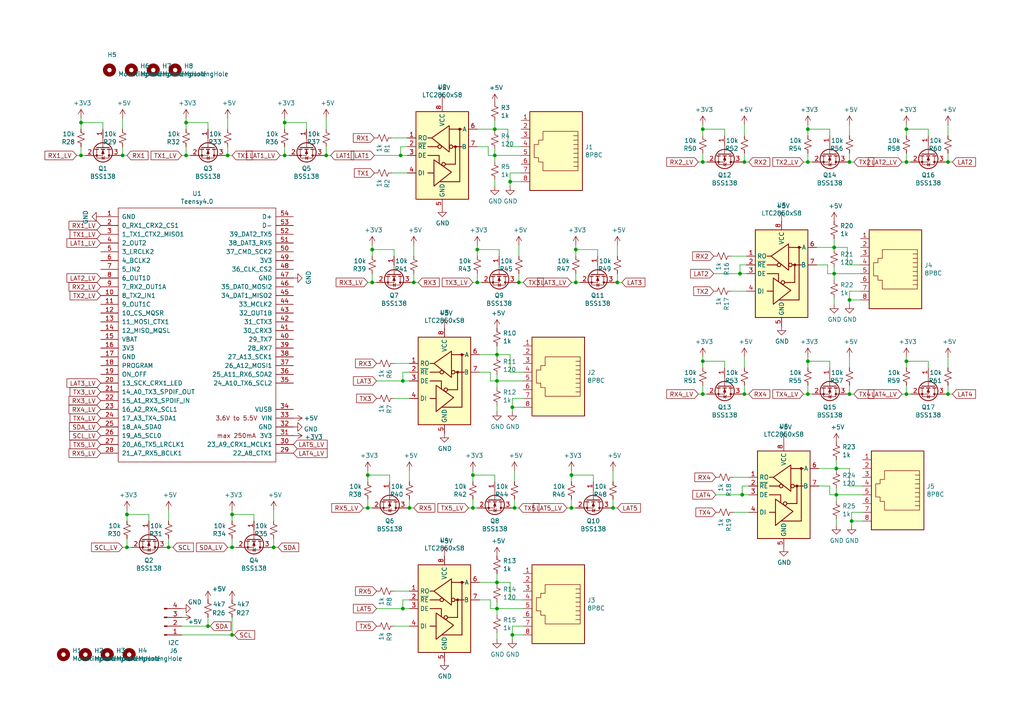
<source format=kicad_sch>
(kicad_sch (version 20230121) (generator eeschema)
  (paper "A4")
  (lib_symbols
    (symbol "Connector:8P8C" (pin_names (offset 1.016))
      (property "Reference" "J" (at -5.08 13.97 0))
      (property "Value" "8P8C" (at 2.54 13.97 0))
      (symbol "8P8C_1_1"
        (pin passive line (at 10.16 -7.62 180) (length 2.54) (name "~") (number "1"))
        (pin passive line (at 10.16 -5.08 180) (length 2.54) (name "~") (number "2"))
        (pin passive line (at 10.16 -2.54 180) (length 2.54) (name "~") (number "3"))
        (pin passive line (at 10.16 0 180) (length 2.54) (name "~") (number "4"))
        (pin passive line (at 10.16 2.54 180) (length 2.54) (name "~") (number "5"))
        (pin passive line (at 10.16 5.08 180) (length 2.54) (name "~") (number "6"))
        (pin passive line (at 10.16 7.62 180) (length 2.54) (name "~") (number "7"))
        (pin passive line (at 10.16 10.16 180) (length 2.54) (name "~") (number "8"))
      )
    )
    (symbol "Device:R_Small_US" (pin_numbers hide) (pin_names (offset 0.254) hide)
      (property "Reference" "R" (at 0.762 0.508 0))
      (property "Value" "R_Small_US" (at 0.762 -1.016 0))
      (symbol "R_Small_US_1_1"
        (pin passive line (at 0 2.54 270) (length 1.016) (name "~") (number "1"))
        (pin passive line (at 0 -2.54 90) (length 1.016) (name "~") (number "2"))
      )
    )
    (symbol "Interface_UART:LTC2850xS8"
      (property "Reference" "U" (at -6.985 13.97 0))
      (property "Value" "LTC2850xS8" (at 7.62 13.97 0))
      (symbol "LTC2850xS8_1_1"
        (pin output line (at -10.16 5.08 0) (length 2.54) (name "RO") (number "1"))
        (pin input line (at -10.16 2.54 0) (length 2.54) (name "~{RE}") (number "2"))
        (pin input line (at -10.16 0 0) (length 2.54) (name "DE") (number "3"))
        (pin input line (at -10.16 -5.08 0) (length 2.54) (name "DI") (number "4"))
        (pin power_in line (at 0 -15.24 90) (length 2.54) (name "GND") (number "5"))
        (pin bidirectional line (at 10.16 7.62 180) (length 2.54) (name "A") (number "6"))
        (pin bidirectional line (at 10.16 2.54 180) (length 2.54) (name "B") (number "7"))
        (pin power_in line (at 0 15.24 270) (length 2.54) (name "VCC") (number "8"))
      )
    )
    (symbol "Mechanical:MountingHole" (pin_names (offset 1.016))
      (property "Reference" "H" (at 0 5.08 0))
      (property "Value" "MountingHole" (at 0 3.175 0))
    )
    (symbol "SerialParser-rescue:Conn_01x04_Male-Connector" (pin_names (offset 1.016) hide)
      (property "Reference" "J" (at 0 5.08 0))
      (property "Value" "Connector_Conn_01x04_Male" (at 0 -7.62 0))
      (symbol "Conn_01x04_Male-Connector_1_1"
        (pin passive line (at 5.08 2.54 180) (length 3.81) (name "Pin_1") (number "1"))
        (pin passive line (at 5.08 0 180) (length 3.81) (name "Pin_2") (number "2"))
        (pin passive line (at 5.08 -2.54 180) (length 3.81) (name "Pin_3") (number "3"))
        (pin passive line (at 5.08 -5.08 180) (length 3.81) (name "Pin_4") (number "4"))
      )
    )
    (symbol "SerialParser-rescue:Teensy4.0-Teensy" (pin_names (offset 1.016))
      (property "Reference" "U" (at 0 39.37 0))
      (property "Value" "Teensy_Teensy4.0" (at 0 -39.37 0))
      (symbol "Teensy4.0-Teensy_0_0"
        (text "3.6V to 5.5V" (at 11.43 -24.13 0) (effects (font (size 1.27 1.27))))
        (text "max 250mA" (at 11.43 -29.21 0) (effects (font (size 1.27 1.27))))
        (pin bidirectional line (at -27.94 11.43 0) (length 5.08) (name "8_TX2_IN1") (number "10"))
        (pin bidirectional line (at -27.94 8.89 0) (length 5.08) (name "9_OUT1C") (number "11"))
        (pin bidirectional line (at -27.94 6.35 0) (length 5.08) (name "10_CS_MQSR") (number "12"))
        (pin bidirectional line (at -27.94 3.81 0) (length 5.08) (name "11_MOSI_CTX1") (number "13"))
        (pin bidirectional line (at -27.94 1.27 0) (length 5.08) (name "12_MISO_MQSL") (number "14"))
        (pin power_in line (at -27.94 -1.27 0) (length 5.08) (name "VBAT") (number "15"))
        (pin power_in line (at -27.94 -3.81 0) (length 5.08) (name "3V3") (number "16"))
        (pin power_in line (at -27.94 -6.35 0) (length 5.08) (name "GND") (number "17"))
        (pin input line (at -27.94 -8.89 0) (length 5.08) (name "PROGRAM") (number "18"))
        (pin input line (at -27.94 -11.43 0) (length 5.08) (name "ON_OFF") (number "19"))
        (pin bidirectional line (at -27.94 -13.97 0) (length 5.08) (name "13_SCK_CRX1_LED") (number "20"))
        (pin bidirectional line (at -27.94 -16.51 0) (length 5.08) (name "14_A0_TX3_SPDIF_OUT") (number "21"))
        (pin bidirectional line (at -27.94 -19.05 0) (length 5.08) (name "15_A1_RX3_SPDIF_IN") (number "22"))
        (pin bidirectional line (at -27.94 -21.59 0) (length 5.08) (name "16_A2_RX4_SCL1") (number "23"))
        (pin bidirectional line (at -27.94 -24.13 0) (length 5.08) (name "17_A3_TX4_SDA1") (number "24"))
        (pin bidirectional line (at -27.94 -26.67 0) (length 5.08) (name "18_A4_SDA0") (number "25"))
        (pin bidirectional line (at -27.94 -29.21 0) (length 5.08) (name "19_A5_SCL0") (number "26"))
        (pin bidirectional line (at -27.94 -31.75 0) (length 5.08) (name "20_A6_TX5_LRCLK1") (number "27"))
        (pin bidirectional line (at -27.94 -34.29 0) (length 5.08) (name "21_A7_RX5_BCLK1") (number "28"))
        (pin bidirectional line (at 27.94 -34.29 180) (length 5.08) (name "22_A8_CTX1") (number "29"))
        (pin bidirectional line (at 27.94 -31.75 180) (length 5.08) (name "23_A9_CRX1_MCLK1") (number "30"))
        (pin power_out line (at 27.94 -29.21 180) (length 5.08) (name "3V3") (number "31"))
        (pin power_in line (at 27.94 -26.67 180) (length 5.08) (name "GND") (number "32"))
        (pin power_in line (at 27.94 -24.13 180) (length 5.08) (name "VIN") (number "33"))
        (pin power_out line (at 27.94 -21.59 180) (length 5.08) (name "VUSB") (number "34"))
        (pin bidirectional line (at 27.94 -13.97 180) (length 5.08) (name "24_A10_TX6_SCL2") (number "35"))
        (pin bidirectional line (at 27.94 -11.43 180) (length 5.08) (name "25_A11_RX6_SDA2") (number "36"))
        (pin bidirectional line (at 27.94 -8.89 180) (length 5.08) (name "26_A12_MOSI1") (number "37"))
        (pin bidirectional line (at 27.94 -6.35 180) (length 5.08) (name "27_A13_SCK1") (number "38"))
        (pin bidirectional line (at 27.94 -3.81 180) (length 5.08) (name "28_RX7") (number "39"))
        (pin bidirectional line (at 27.94 -1.27 180) (length 5.08) (name "29_TX7") (number "40"))
        (pin bidirectional line (at 27.94 1.27 180) (length 5.08) (name "30_CRX3") (number "41"))
        (pin bidirectional line (at 27.94 3.81 180) (length 5.08) (name "31_CTX3") (number "42"))
        (pin bidirectional line (at 27.94 6.35 180) (length 5.08) (name "32_OUT1B") (number "43"))
        (pin bidirectional line (at 27.94 8.89 180) (length 5.08) (name "33_MCLK2") (number "44"))
        (pin bidirectional line (at 27.94 11.43 180) (length 5.08) (name "34_DAT1_MISO2") (number "45"))
        (pin bidirectional line (at 27.94 13.97 180) (length 5.08) (name "35_DAT0_MOSI2") (number "46"))
        (pin power_out line (at 27.94 16.51 180) (length 5.08) (name "GND") (number "47"))
        (pin bidirectional line (at 27.94 19.05 180) (length 5.08) (name "36_CLK_CS2") (number "48"))
        (pin power_out line (at 27.94 21.59 180) (length 5.08) (name "3V3") (number "49"))
        (pin bidirectional line (at -27.94 24.13 0) (length 5.08) (name "3_LRCLK2") (number "5"))
        (pin bidirectional line (at 27.94 24.13 180) (length 5.08) (name "37_CMD_SCK2") (number "50"))
        (pin bidirectional line (at 27.94 26.67 180) (length 5.08) (name "38_DAT3_RX5") (number "51"))
        (pin bidirectional line (at 27.94 29.21 180) (length 5.08) (name "39_DAT2_TX5") (number "52"))
        (pin bidirectional line (at 27.94 31.75 180) (length 5.08) (name "D-") (number "53"))
        (pin bidirectional line (at 27.94 34.29 180) (length 5.08) (name "D+") (number "54"))
        (pin bidirectional line (at -27.94 21.59 0) (length 5.08) (name "4_BCLK2") (number "6"))
        (pin bidirectional line (at -27.94 19.05 0) (length 5.08) (name "5_IN2") (number "7"))
        (pin bidirectional line (at -27.94 16.51 0) (length 5.08) (name "6_OUT1D") (number "8"))
        (pin bidirectional line (at -27.94 13.97 0) (length 5.08) (name "7_RX2_OUT1A") (number "9"))
      )
      (symbol "Teensy4.0-Teensy_1_1"
        (pin power_in line (at -27.94 34.29 0) (length 5.08) (name "GND") (number "1"))
        (pin bidirectional line (at -27.94 31.75 0) (length 5.08) (name "0_RX1_CRX2_CS1") (number "2"))
        (pin bidirectional line (at -27.94 29.21 0) (length 5.08) (name "1_TX1_CTX2_MISO1") (number "3"))
        (pin bidirectional line (at -27.94 26.67 0) (length 5.08) (name "2_OUT2") (number "4"))
      )
    )
    (symbol "Transistor_FET:BSS138" (pin_names hide)
      (property "Reference" "Q" (at 5.08 1.905 0))
      (property "Value" "BSS138" (at 5.08 0 0))
      (symbol "BSS138_1_1"
        (pin input line (at -5.08 0 0) (length 2.54) (name "G") (number "1"))
        (pin passive line (at 2.54 -5.08 90) (length 2.54) (name "S") (number "2"))
        (pin passive line (at 2.54 5.08 270) (length 2.54) (name "D") (number "3"))
      )
    )
    (symbol "power:+3V3" (power) (pin_names (offset 0))
      (property "Value" "+3V3" (at 0 3.556 0))
      (symbol "+3V3_1_1"
        (pin power_in line (at 0 0 90) (length 0) hide (name "+3V3") (number "1"))
      )
    )
    (symbol "power:+5V" (power) (pin_names (offset 0))
      (property "Value" "+5V" (at 0 3.556 0))
      (symbol "+5V_1_1"
        (pin power_in line (at 0 0 90) (length 0) hide (name "+5V") (number "1"))
      )
    )
    (symbol "power:GND" (power) (pin_names (offset 0))
      (property "Value" "GND" (at 0 -3.81 0))
      (symbol "GND_1_1"
        (pin power_in line (at 0 0 270) (length 0) hide (name "GND") (number "1"))
      )
    )
  )
  (junction (at 106.68 137.795))
  (junction (at 203.835 46.99))
  (junction (at 144.145 102.87))
  (junction (at 36.83 149.225))
  (junction (at 94.615 45.085))
  (junction (at 143.51 37.465))
  (junction (at 262.89 37.465))
  (junction (at 274.955 46.99))
  (junction (at 23.495 45.085))
  (junction (at 242.57 135.89))
  (junction (at 82.55 35.56))
  (junction (at 148.59 118.11))
  (junction (at 165.735 137.795))
  (junction (at 241.935 79.375))
  (junction (at 215.265 143.51))
  (junction (at 234.315 37.465))
  (junction (at 106.68 147.32))
  (junction (at 148.59 184.15))
  (junction (at 79.375 158.75))
  (junction (at 262.89 46.99))
  (junction (at 144.145 110.49))
  (junction (at 215.9 46.99))
  (junction (at 203.835 104.775))
  (junction (at 167.005 81.915))
  (junction (at 53.975 45.085))
  (junction (at 120.015 81.915))
  (junction (at 107.95 72.39))
  (junction (at 246.38 46.99))
  (junction (at 241.935 71.755))
  (junction (at 246.38 114.3))
  (junction (at 214.63 79.375))
  (junction (at 23.495 35.56))
  (junction (at 67.31 184.15))
  (junction (at 116.84 110.49))
  (junction (at 234.315 114.3))
  (junction (at 234.315 104.775))
  (junction (at 67.31 149.225))
  (junction (at 150.495 81.915))
  (junction (at 35.56 45.085))
  (junction (at 107.95 81.915))
  (junction (at 60.325 181.61))
  (junction (at 262.89 114.3))
  (junction (at 144.145 176.53))
  (junction (at 167.005 72.39))
  (junction (at 116.205 45.085))
  (junction (at 247.015 151.13))
  (junction (at 274.955 114.3))
  (junction (at 137.16 147.32))
  (junction (at 144.145 168.91))
  (junction (at 234.315 46.99))
  (junction (at 242.57 143.51))
  (junction (at 116.84 176.53))
  (junction (at 149.225 147.32))
  (junction (at 165.735 147.32))
  (junction (at 203.835 37.465))
  (junction (at 36.83 158.75))
  (junction (at 118.745 147.32))
  (junction (at 147.955 52.705))
  (junction (at 48.895 158.75))
  (junction (at 177.8 147.32))
  (junction (at 143.51 45.085))
  (junction (at 82.55 45.085))
  (junction (at 246.38 86.995))
  (junction (at 66.04 45.085))
  (junction (at 138.43 72.39))
  (junction (at 137.16 137.795))
  (junction (at 179.07 81.915))
  (junction (at 215.9 114.3))
  (junction (at 262.89 104.775))
  (junction (at 203.835 114.3))
  (junction (at 67.31 158.75))
  (junction (at 138.43 81.915))
  (junction (at 53.975 35.56))
  (wire (pts (xy 144.145 166.37) (xy 144.145 168.91)))
  (wire (pts (xy 36.83 151.13) (xy 36.83 149.225)))
  (wire (pts (xy 151.765 118.11) (xy 148.59 118.11)))
  (wire (pts (xy 203.835 46.99) (xy 205.105 46.99)))
  (wire (pts (xy 148.59 118.11) (xy 148.59 119.38)))
  (wire (pts (xy 203.835 114.3) (xy 205.105 114.3)))
  (wire (pts (xy 180.34 81.915) (xy 179.07 81.915)))
  (wire (pts (xy 167.005 72.39) (xy 167.005 71.12)))
  (wire (pts (xy 53.975 35.56) (xy 53.975 34.29)))
  (wire (pts (xy 94.615 34.29) (xy 94.615 37.465)))
  (wire (pts (xy 66.04 42.545) (xy 66.04 45.085)))
  (wire (pts (xy 147.955 173.99) (xy 151.765 173.99)))
  (wire (pts (xy 241.935 77.47) (xy 241.935 79.375)))
  (wire (pts (xy 94.615 45.085) (xy 93.98 45.085)))
  (wire (pts (xy 250.19 151.13) (xy 247.015 151.13)))
  (wire (pts (xy 242.57 133.35) (xy 242.57 135.89)))
  (wire (pts (xy 274.955 44.45) (xy 274.955 46.99)))
  (wire (pts (xy 79.375 158.75) (xy 78.74 158.75)))
  (wire (pts (xy 262.89 46.99) (xy 264.16 46.99)))
  (wire (pts (xy 52.705 181.61) (xy 60.325 181.61)))
  (wire (pts (xy 150.495 147.32) (xy 149.225 147.32)))
  (wire (pts (xy 148.59 115.57) (xy 148.59 118.11)))
  (wire (pts (xy 276.225 114.3) (xy 274.955 114.3)))
  (wire (pts (xy 203.835 106.68) (xy 203.835 104.775)))
  (wire (pts (xy 240.665 37.465) (xy 240.665 39.37)))
  (wire (pts (xy 144.78 72.39) (xy 144.78 74.295)))
  (wire (pts (xy 144.145 102.87) (xy 147.955 102.87)))
  (wire (pts (xy 36.83 149.225) (xy 36.83 147.955)))
  (wire (pts (xy 148.59 184.15) (xy 148.59 185.42)))
  (wire (pts (xy 246.38 86.995) (xy 246.38 88.265)))
  (wire (pts (xy 60.325 181.61) (xy 60.96 181.61)))
  (wire (pts (xy 60.325 35.56) (xy 60.325 37.465)))
  (wire (pts (xy 149.225 136.525) (xy 149.225 139.7)))
  (wire (pts (xy 215.9 46.99) (xy 215.265 46.99)))
  (wire (pts (xy 167.005 79.375) (xy 167.005 81.915)))
  (wire (pts (xy 147.955 50.165) (xy 147.955 52.705)))
  (wire (pts (xy 245.745 76.835) (xy 249.555 76.835)))
  (wire (pts (xy 135.89 147.32) (xy 137.16 147.32)))
  (wire (pts (xy 215.9 44.45) (xy 215.9 46.99)))
  (wire (pts (xy 118.745 176.53) (xy 116.84 176.53)))
  (wire (pts (xy 53.975 35.56) (xy 60.325 35.56)))
  (wire (pts (xy 245.745 71.755) (xy 245.745 76.835)))
  (wire (pts (xy 241.935 81.28) (xy 241.935 79.375)))
  (wire (pts (xy 66.04 34.29) (xy 66.04 37.465)))
  (wire (pts (xy 114.3 72.39) (xy 114.3 74.295)))
  (wire (pts (xy 242.57 143.51) (xy 240.665 143.51)))
  (wire (pts (xy 36.83 158.75) (xy 38.1 158.75)))
  (wire (pts (xy 151.13 52.705) (xy 147.955 52.705)))
  (wire (pts (xy 240.665 143.51) (xy 240.665 140.97)))
  (wire (pts (xy 52.705 184.15) (xy 67.31 184.15)))
  (wire (pts (xy 116.205 42.545) (xy 116.205 45.085)))
  (wire (pts (xy 50.165 158.75) (xy 48.895 158.75)))
  (wire (pts (xy 137.16 147.32) (xy 138.43 147.32)))
  (wire (pts (xy 138.43 79.375) (xy 138.43 81.915)))
  (wire (pts (xy 67.31 149.225) (xy 67.31 147.955)))
  (wire (pts (xy 23.495 35.56) (xy 29.845 35.56)))
  (wire (pts (xy 217.17 143.51) (xy 215.265 143.51)))
  (wire (pts (xy 240.665 104.775) (xy 240.665 106.68)))
  (wire (pts (xy 246.38 36.195) (xy 246.38 39.37)))
  (wire (pts (xy 262.89 37.465) (xy 262.89 36.195)))
  (wire (pts (xy 73.66 149.225) (xy 73.66 151.13)))
  (wire (pts (xy 36.83 149.225) (xy 43.18 149.225)))
  (wire (pts (xy 143.51 137.795) (xy 143.51 139.7)))
  (wire (pts (xy 114.3 181.61) (xy 118.745 181.61)))
  (wire (pts (xy 234.315 104.775) (xy 234.315 103.505)))
  (wire (pts (xy 150.495 81.915) (xy 149.86 81.915)))
  (wire (pts (xy 203.835 39.37) (xy 203.835 37.465)))
  (wire (pts (xy 165.735 81.915) (xy 167.005 81.915)))
  (wire (pts (xy 138.43 72.39) (xy 144.78 72.39)))
  (wire (pts (xy 137.16 144.78) (xy 137.16 147.32)))
  (wire (pts (xy 137.16 137.795) (xy 143.51 137.795)))
  (wire (pts (xy 217.17 114.3) (xy 215.9 114.3)))
  (wire (pts (xy 48.895 158.75) (xy 48.26 158.75)))
  (wire (pts (xy 242.57 150.495) (xy 242.57 152.4)))
  (wire (pts (xy 249.555 86.995) (xy 246.38 86.995)))
  (wire (pts (xy 67.31 45.085) (xy 66.04 45.085)))
  (wire (pts (xy 137.16 81.915) (xy 138.43 81.915)))
  (wire (pts (xy 107.95 81.915) (xy 109.22 81.915)))
  (wire (pts (xy 164.465 147.32) (xy 165.735 147.32)))
  (wire (pts (xy 173.355 72.39) (xy 173.355 74.295)))
  (wire (pts (xy 262.89 44.45) (xy 262.89 46.99)))
  (wire (pts (xy 215.9 36.195) (xy 215.9 39.37)))
  (wire (pts (xy 149.225 147.32) (xy 148.59 147.32)))
  (wire (pts (xy 240.665 140.97) (xy 237.49 140.97)))
  (wire (pts (xy 234.315 114.3) (xy 235.585 114.3)))
  (wire (pts (xy 118.745 107.95) (xy 116.84 107.95)))
  (wire (pts (xy 203.835 37.465) (xy 210.185 37.465)))
  (wire (pts (xy 141.605 45.085) (xy 141.605 42.545)))
  (wire (pts (xy 242.57 135.89) (xy 246.38 135.89)))
  (wire (pts (xy 167.005 74.295) (xy 167.005 72.39)))
  (wire (pts (xy 144.145 169.545) (xy 144.145 168.91)))
  (wire (pts (xy 151.765 181.61) (xy 148.59 181.61)))
  (wire (pts (xy 116.84 110.49) (xy 109.22 110.49)))
  (wire (pts (xy 233.045 114.3) (xy 234.315 114.3)))
  (wire (pts (xy 179.07 81.915) (xy 178.435 81.915)))
  (wire (pts (xy 113.665 40.005) (xy 118.11 40.005)))
  (wire (pts (xy 246.38 111.76) (xy 246.38 114.3)))
  (wire (pts (xy 139.065 168.91) (xy 144.145 168.91)))
  (wire (pts (xy 35.56 34.29) (xy 35.56 37.465)))
  (wire (pts (xy 179.07 79.375) (xy 179.07 81.915)))
  (wire (pts (xy 79.375 147.955) (xy 79.375 151.13)))
  (wire (pts (xy 149.225 144.78) (xy 149.225 147.32)))
  (wire (pts (xy 234.315 39.37) (xy 234.315 37.465)))
  (wire (pts (xy 240.03 76.835) (xy 236.855 76.835)))
  (wire (pts (xy 247.65 46.99) (xy 246.38 46.99)))
  (wire (pts (xy 262.89 114.3) (xy 264.16 114.3)))
  (wire (pts (xy 137.16 137.795) (xy 137.16 136.525)))
  (wire (pts (xy 107.95 79.375) (xy 107.95 81.915)))
  (wire (pts (xy 67.31 149.225) (xy 73.66 149.225)))
  (wire (pts (xy 234.315 46.99) (xy 235.585 46.99)))
  (wire (pts (xy 215.265 143.51) (xy 207.645 143.51)))
  (wire (pts (xy 23.495 42.545) (xy 23.495 45.085)))
  (wire (pts (xy 165.735 147.32) (xy 167.005 147.32)))
  (wire (pts (xy 242.57 136.525) (xy 242.57 135.89)))
  (wire (pts (xy 67.31 184.15) (xy 67.945 184.15)))
  (wire (pts (xy 118.745 136.525) (xy 118.745 139.7)))
  (wire (pts (xy 113.03 137.795) (xy 113.03 139.7)))
  (wire (pts (xy 242.57 145.415) (xy 242.57 143.51)))
  (wire (pts (xy 106.68 137.795) (xy 106.68 136.525)))
  (wire (pts (xy 138.43 74.295) (xy 138.43 72.39)))
  (wire (pts (xy 274.955 111.76) (xy 274.955 114.3)))
  (wire (pts (xy 66.04 45.085) (xy 65.405 45.085)))
  (wire (pts (xy 269.24 104.775) (xy 269.24 106.68)))
  (wire (pts (xy 144.145 168.91) (xy 147.955 168.91)))
  (wire (pts (xy 212.725 138.43) (xy 217.17 138.43)))
  (wire (pts (xy 274.955 114.3) (xy 274.32 114.3)))
  (wire (pts (xy 66.04 158.75) (xy 67.31 158.75)))
  (wire (pts (xy 246.38 44.45) (xy 246.38 46.99)))
  (wire (pts (xy 203.835 44.45) (xy 203.835 46.99)))
  (wire (pts (xy 94.615 42.545) (xy 94.615 45.085)))
  (wire (pts (xy 118.745 110.49) (xy 116.84 110.49)))
  (wire (pts (xy 202.565 114.3) (xy 203.835 114.3)))
  (wire (pts (xy 118.745 147.32) (xy 118.11 147.32)))
  (wire (pts (xy 147.32 42.545) (xy 151.13 42.545)))
  (wire (pts (xy 177.8 147.32) (xy 177.165 147.32)))
  (wire (pts (xy 137.16 139.7) (xy 137.16 137.795)))
  (wire (pts (xy 246.38 46.99) (xy 245.745 46.99)))
  (wire (pts (xy 216.535 76.835) (xy 214.63 76.835)))
  (wire (pts (xy 240.03 79.375) (xy 240.03 76.835)))
  (wire (pts (xy 179.07 147.32) (xy 177.8 147.32)))
  (wire (pts (xy 151.13 45.085) (xy 143.51 45.085)))
  (wire (pts (xy 114.3 115.57) (xy 118.745 115.57)))
  (wire (pts (xy 241.935 86.36) (xy 241.935 88.265)))
  (wire (pts (xy 262.89 39.37) (xy 262.89 37.465)))
  (wire (pts (xy 67.31 151.13) (xy 67.31 149.225)))
  (wire (pts (xy 151.765 81.915) (xy 150.495 81.915)))
  (wire (pts (xy 241.935 79.375) (xy 240.03 79.375)))
  (wire (pts (xy 23.495 35.56) (xy 23.495 34.29)))
  (wire (pts (xy 138.43 37.465) (xy 143.51 37.465)))
  (wire (pts (xy 53.975 37.465) (xy 53.975 35.56)))
  (wire (pts (xy 143.51 46.99) (xy 143.51 45.085)))
  (wire (pts (xy 151.13 50.165) (xy 147.955 50.165)))
  (wire (pts (xy 118.745 173.99) (xy 116.84 173.99)))
  (wire (pts (xy 214.63 79.375) (xy 207.01 79.375)))
  (wire (pts (xy 234.315 111.76) (xy 234.315 114.3)))
  (wire (pts (xy 143.51 52.07) (xy 143.51 53.975)))
  (wire (pts (xy 165.735 139.7) (xy 165.735 137.795)))
  (wire (pts (xy 247.015 148.59) (xy 247.015 151.13)))
  (wire (pts (xy 261.62 46.99) (xy 262.89 46.99)))
  (wire (pts (xy 246.38 135.89) (xy 246.38 140.97)))
  (wire (pts (xy 106.68 144.78) (xy 106.68 147.32)))
  (wire (pts (xy 82.55 42.545) (xy 82.55 45.085)))
  (wire (pts (xy 52.705 45.085) (xy 53.975 45.085)))
  (wire (pts (xy 214.63 76.835) (xy 214.63 79.375)))
  (wire (pts (xy 177.8 144.78) (xy 177.8 147.32)))
  (wire (pts (xy 67.31 156.21) (xy 67.31 158.75)))
  (wire (pts (xy 236.855 71.755) (xy 241.935 71.755)))
  (wire (pts (xy 53.975 45.085) (xy 55.245 45.085)))
  (wire (pts (xy 82.55 37.465) (xy 82.55 35.56)))
  (wire (pts (xy 144.145 174.625) (xy 144.145 176.53)))
  (wire (pts (xy 241.935 71.755) (xy 245.745 71.755)))
  (wire (pts (xy 23.495 45.085) (xy 24.765 45.085)))
  (wire (pts (xy 106.68 147.32) (xy 107.95 147.32)))
  (wire (pts (xy 116.84 176.53) (xy 109.22 176.53)))
  (wire (pts (xy 88.9 35.56) (xy 88.9 37.465)))
  (wire (pts (xy 216.535 79.375) (xy 214.63 79.375)))
  (wire (pts (xy 107.95 72.39) (xy 107.95 71.12)))
  (wire (pts (xy 82.55 35.56) (xy 82.55 34.29)))
  (wire (pts (xy 203.835 111.76) (xy 203.835 114.3)))
  (wire (pts (xy 203.835 104.775) (xy 203.835 103.505)))
  (wire (pts (xy 60.325 181.61) (xy 60.325 179.07)))
  (wire (pts (xy 95.885 45.085) (xy 94.615 45.085)))
  (wire (pts (xy 114.3 105.41) (xy 118.745 105.41)))
  (wire (pts (xy 247.015 151.13) (xy 247.015 152.4)))
  (wire (pts (xy 29.845 35.56) (xy 29.845 37.465)))
  (wire (pts (xy 203.835 104.775) (xy 210.185 104.775)))
  (wire (pts (xy 144.145 108.585) (xy 144.145 110.49)))
  (wire (pts (xy 151.765 110.49) (xy 144.145 110.49)))
  (wire (pts (xy 147.955 102.87) (xy 147.955 107.95)))
  (wire (pts (xy 172.085 137.795) (xy 172.085 139.7)))
  (wire (pts (xy 106.68 137.795) (xy 113.03 137.795)))
  (wire (pts (xy 215.9 114.3) (xy 215.265 114.3)))
  (wire (pts (xy 147.955 52.705) (xy 147.955 53.975)))
  (wire (pts (xy 144.145 183.515) (xy 144.145 185.42)))
  (wire (pts (xy 143.51 43.18) (xy 143.51 45.085)))
  (wire (pts (xy 262.89 111.76) (xy 262.89 114.3)))
  (wire (pts (xy 261.62 114.3) (xy 262.89 114.3)))
  (wire (pts (xy 144.145 112.395) (xy 144.145 110.49)))
  (wire (pts (xy 35.56 42.545) (xy 35.56 45.085)))
  (wire (pts (xy 202.565 46.99) (xy 203.835 46.99)))
  (wire (pts (xy 234.315 37.465) (xy 234.315 36.195)))
  (wire (pts (xy 274.955 103.505) (xy 274.955 106.68)))
  (wire (pts (xy 242.57 141.605) (xy 242.57 143.51)))
  (wire (pts (xy 262.89 104.775) (xy 269.24 104.775)))
  (wire (pts (xy 217.17 140.97) (xy 215.265 140.97)))
  (wire (pts (xy 148.59 181.61) (xy 148.59 184.15)))
  (wire (pts (xy 234.315 106.68) (xy 234.315 104.775)))
  (wire (pts (xy 237.49 135.89) (xy 242.57 135.89)))
  (wire (pts (xy 120.015 81.915) (xy 119.38 81.915)))
  (wire (pts (xy 142.24 173.99) (xy 139.065 173.99)))
  (wire (pts (xy 144.145 100.33) (xy 144.145 102.87)))
  (wire (pts (xy 138.43 72.39) (xy 138.43 71.12)))
  (wire (pts (xy 105.41 147.32) (xy 106.68 147.32)))
  (wire (pts (xy 177.8 136.525) (xy 177.8 139.7)))
  (wire (pts (xy 234.315 104.775) (xy 240.665 104.775)))
  (wire (pts (xy 107.95 72.39) (xy 114.3 72.39)))
  (wire (pts (xy 203.835 37.465) (xy 203.835 36.195)))
  (wire (pts (xy 114.3 171.45) (xy 118.745 171.45)))
  (wire (pts (xy 144.145 103.505) (xy 144.145 102.87)))
  (wire (pts (xy 118.745 144.78) (xy 118.745 147.32)))
  (wire (pts (xy 147.955 107.95) (xy 151.765 107.95)))
  (wire (pts (xy 262.89 106.68) (xy 262.89 104.775)))
  (wire (pts (xy 36.83 45.085) (xy 35.56 45.085)))
  (wire (pts (xy 269.24 37.465) (xy 269.24 39.37)))
  (wire (pts (xy 234.315 44.45) (xy 234.315 46.99)))
  (wire (pts (xy 22.225 45.085) (xy 23.495 45.085)))
  (wire (pts (xy 48.895 156.21) (xy 48.895 158.75)))
  (wire (pts (xy 43.18 149.225) (xy 43.18 151.13)))
  (wire (pts (xy 147.955 168.91) (xy 147.955 173.99)))
  (wire (pts (xy 241.935 72.39) (xy 241.935 71.755)))
  (wire (pts (xy 151.765 176.53) (xy 144.145 176.53)))
  (wire (pts (xy 116.205 45.085) (xy 108.585 45.085)))
  (wire (pts (xy 144.145 117.475) (xy 144.145 119.38)))
  (wire (pts (xy 23.495 37.465) (xy 23.495 35.56)))
  (wire (pts (xy 151.765 184.15) (xy 148.59 184.15)))
  (wire (pts (xy 150.495 71.12) (xy 150.495 74.295)))
  (wire (pts (xy 79.375 156.21) (xy 79.375 158.75)))
  (wire (pts (xy 234.315 37.465) (xy 240.665 37.465)))
  (wire (pts (xy 246.38 84.455) (xy 246.38 86.995)))
  (wire (pts (xy 35.56 158.75) (xy 36.83 158.75)))
  (wire (pts (xy 139.065 102.87) (xy 144.145 102.87)))
  (wire (pts (xy 82.55 35.56) (xy 88.9 35.56)))
  (wire (pts (xy 116.84 173.99) (xy 116.84 176.53)))
  (wire (pts (xy 53.975 42.545) (xy 53.975 45.085)))
  (wire (pts (xy 246.38 140.97) (xy 250.19 140.97)))
  (wire (pts (xy 215.9 103.505) (xy 215.9 106.68)))
  (wire (pts (xy 142.24 107.95) (xy 139.065 107.95)))
  (wire (pts (xy 241.935 69.215) (xy 241.935 71.755)))
  (wire (pts (xy 144.145 176.53) (xy 142.24 176.53)))
  (wire (pts (xy 67.31 158.75) (xy 68.58 158.75)))
  (wire (pts (xy 276.225 46.99) (xy 274.955 46.99)))
  (wire (pts (xy 35.56 45.085) (xy 34.925 45.085)))
  (wire (pts (xy 246.38 103.505) (xy 246.38 106.68)))
  (wire (pts (xy 144.145 110.49) (xy 142.24 110.49)))
  (wire (pts (xy 120.015 147.32) (xy 118.745 147.32)))
  (wire (pts (xy 142.24 110.49) (xy 142.24 107.95)))
  (wire (pts (xy 81.28 45.085) (xy 82.55 45.085)))
  (wire (pts (xy 150.495 79.375) (xy 150.495 81.915)))
  (wire (pts (xy 210.185 104.775) (xy 210.185 106.68)))
  (wire (pts (xy 262.89 104.775) (xy 262.89 103.505)))
  (wire (pts (xy 82.55 45.085) (xy 83.82 45.085)))
  (wire (pts (xy 249.555 79.375) (xy 241.935 79.375)))
  (wire (pts (xy 120.015 71.12) (xy 120.015 74.295)))
  (wire (pts (xy 67.31 184.15) (xy 67.31 179.07)))
  (wire (pts (xy 217.17 46.99) (xy 215.9 46.99)))
  (wire (pts (xy 143.51 34.925) (xy 143.51 37.465)))
  (wire (pts (xy 106.68 139.7) (xy 106.68 137.795)))
  (wire (pts (xy 250.19 143.51) (xy 242.57 143.51)))
  (wire (pts (xy 121.285 81.915) (xy 120.015 81.915)))
  (wire (pts (xy 165.735 137.795) (xy 165.735 136.525)))
  (wire (pts (xy 212.725 148.59) (xy 217.17 148.59)))
  (wire (pts (xy 212.09 84.455) (xy 216.535 84.455)))
  (wire (pts (xy 147.32 37.465) (xy 147.32 42.545)))
  (wire (pts (xy 249.555 84.455) (xy 246.38 84.455)))
  (wire (pts (xy 118.11 45.085) (xy 116.205 45.085)))
  (wire (pts (xy 274.955 46.99) (xy 274.32 46.99)))
  (wire (pts (xy 215.265 140.97) (xy 215.265 143.51)))
  (wire (pts (xy 151.765 115.57) (xy 148.59 115.57)))
  (wire (pts (xy 165.735 144.78) (xy 165.735 147.32)))
  (wire (pts (xy 107.95 74.295) (xy 107.95 72.39)))
  (wire (pts (xy 247.65 114.3) (xy 246.38 114.3)))
  (wire (pts (xy 48.895 147.955) (xy 48.895 151.13)))
  (wire (pts (xy 167.005 81.915) (xy 168.275 81.915)))
  (wire (pts (xy 210.185 37.465) (xy 210.185 39.37)))
  (wire (pts (xy 80.645 158.75) (xy 79.375 158.75)))
  (wire (pts (xy 120.015 79.375) (xy 120.015 81.915)))
  (wire (pts (xy 165.735 137.795) (xy 172.085 137.795)))
  (wire (pts (xy 262.89 37.465) (xy 269.24 37.465)))
  (wire (pts (xy 142.24 176.53) (xy 142.24 173.99)))
  (wire (pts (xy 143.51 37.465) (xy 147.32 37.465)))
  (wire (pts (xy 118.11 42.545) (xy 116.205 42.545)))
  (wire (pts (xy 250.19 148.59) (xy 247.015 148.59)))
  (wire (pts (xy 36.83 156.21) (xy 36.83 158.75)))
  (wire (pts (xy 138.43 81.915) (xy 139.7 81.915)))
  (wire (pts (xy 106.68 81.915) (xy 107.95 81.915)))
  (wire (pts (xy 179.07 71.12) (xy 179.07 74.295)))
  (wire (pts (xy 274.955 36.195) (xy 274.955 39.37)))
  (wire (pts (xy 116.84 107.95) (xy 116.84 110.49)))
  (wire (pts (xy 143.51 45.085) (xy 141.605 45.085)))
  (wire (pts (xy 233.045 46.99) (xy 234.315 46.99)))
  (wire (pts (xy 143.51 38.1) (xy 143.51 37.465)))
  (wire (pts (xy 113.665 50.165) (xy 118.11 50.165)))
  (wire (pts (xy 141.605 42.545) (xy 138.43 42.545)))
  (wire (pts (xy 167.005 72.39) (xy 173.355 72.39)))
  (wire (pts (xy 212.09 74.295) (xy 216.535 74.295)))
  (wire (pts (xy 215.9 111.76) (xy 215.9 114.3)))
  (wire (pts (xy 144.145 178.435) (xy 144.145 176.53)))
  (wire (pts (xy 246.38 114.3) (xy 245.745 114.3)))
  (global_label "TX1" (shape input) (at 67.31 45.085 0) (property "Intersheetrefs" "${INTERSHEET_REFS}" (effects hide)))
  (global_label "LAT5_LV" (shape input) (at 85.09 128.905 0) (property "Intersheetrefs" "${INTERSHEET_REFS}" (effects hide)))
  (global_label "RX2" (shape input) (at 217.17 46.99 0) (property "Intersheetrefs" "${INTERSHEET_REFS}" (effects hide)))
  (global_label "LAT3_LV" (shape input) (at 29.21 111.125 180) (property "Intersheetrefs" "${INTERSHEET_REFS}" (effects hide)))
  (global_label "SDA_LV" (shape input) (at 66.04 158.75 180) (property "Intersheetrefs" "${INTERSHEET_REFS}" (effects hide)))
  (global_label "TX4" (shape input) (at 247.65 114.3 0) (property "Intersheetrefs" "${INTERSHEET_REFS}" (effects hide)))
  (global_label "TX1" (shape input) (at 108.585 50.165 180) (property "Intersheetrefs" "${INTERSHEET_REFS}" (effects hide)))
  (global_label "TX5_LV" (shape input) (at 135.89 147.32 180) (property "Intersheetrefs" "${INTERSHEET_REFS}" (effects hide)))
  (global_label "TX3" (shape input) (at 109.22 115.57 180) (property "Intersheetrefs" "${INTERSHEET_REFS}" (effects hide)))
  (global_label "RX4_LV" (shape input) (at 202.565 114.3 180) (property "Intersheetrefs" "${INTERSHEET_REFS}" (effects hide)))
  (global_label "TX2_LV" (shape input) (at 29.21 85.725 180) (property "Intersheetrefs" "${INTERSHEET_REFS}" (effects hide)))
  (global_label "SCL" (shape input) (at 67.945 184.15 0) (property "Intersheetrefs" "${INTERSHEET_REFS}" (effects hide)))
  (global_label "RX3" (shape input) (at 109.22 105.41 180) (property "Intersheetrefs" "${INTERSHEET_REFS}" (effects hide)))
  (global_label "RX1_LV" (shape input) (at 22.225 45.085 180) (property "Intersheetrefs" "${INTERSHEET_REFS}" (effects hide)))
  (global_label "RX2_LV" (shape input) (at 202.565 46.99 180) (property "Intersheetrefs" "${INTERSHEET_REFS}" (effects hide)))
  (global_label "TX3" (shape input) (at 151.765 81.915 0) (property "Intersheetrefs" "${INTERSHEET_REFS}" (effects hide)))
  (global_label "TX3_LV" (shape input) (at 29.21 113.665 180) (property "Intersheetrefs" "${INTERSHEET_REFS}" (effects hide)))
  (global_label "RX5_LV" (shape input) (at 105.41 147.32 180) (property "Intersheetrefs" "${INTERSHEET_REFS}" (effects hide)))
  (global_label "LAT5" (shape input) (at 109.22 176.53 180) (property "Intersheetrefs" "${INTERSHEET_REFS}" (effects hide)))
  (global_label "SCL" (shape input) (at 50.165 158.75 0) (property "Intersheetrefs" "${INTERSHEET_REFS}" (effects hide)))
  (global_label "LAT2" (shape input) (at 207.01 79.375 180) (property "Intersheetrefs" "${INTERSHEET_REFS}" (effects hide)))
  (global_label "LAT1_LV" (shape input) (at 29.21 70.485 180) (property "Intersheetrefs" "${INTERSHEET_REFS}" (effects hide)))
  (global_label "RX2_LV" (shape input) (at 29.21 83.185 180) (property "Intersheetrefs" "${INTERSHEET_REFS}" (effects hide)))
  (global_label "RX5" (shape input) (at 109.22 171.45 180) (property "Intersheetrefs" "${INTERSHEET_REFS}" (effects hide)))
  (global_label "TX2_LV" (shape input) (at 233.045 46.99 180) (property "Intersheetrefs" "${INTERSHEET_REFS}" (effects hide)))
  (global_label "LAT2" (shape input) (at 276.225 46.99 0) (property "Intersheetrefs" "${INTERSHEET_REFS}" (effects hide)))
  (global_label "LAT1_LV" (shape input) (at 81.28 45.085 180) (property "Intersheetrefs" "${INTERSHEET_REFS}" (effects hide)))
  (global_label "RX4" (shape input) (at 207.645 138.43 180) (property "Intersheetrefs" "${INTERSHEET_REFS}" (effects hide)))
  (global_label "TX2" (shape input) (at 207.01 84.455 180) (property "Intersheetrefs" "${INTERSHEET_REFS}" (effects hide)))
  (global_label "TX5_LV" (shape input) (at 29.21 128.905 180) (property "Intersheetrefs" "${INTERSHEET_REFS}" (effects hide)))
  (global_label "RX5_LV" (shape input) (at 29.21 131.445 180) (property "Intersheetrefs" "${INTERSHEET_REFS}" (effects hide)))
  (global_label "LAT4" (shape input) (at 207.645 143.51 180) (property "Intersheetrefs" "${INTERSHEET_REFS}" (effects hide)))
  (global_label "RX3_LV" (shape input) (at 29.21 116.205 180) (property "Intersheetrefs" "${INTERSHEET_REFS}" (effects hide)))
  (global_label "TX3_LV" (shape input) (at 137.16 81.915 180) (property "Intersheetrefs" "${INTERSHEET_REFS}" (effects hide)))
  (global_label "RX3" (shape input) (at 121.285 81.915 0) (property "Intersheetrefs" "${INTERSHEET_REFS}" (effects hide)))
  (global_label "LAT4_LV" (shape input) (at 85.09 131.445 0) (property "Intersheetrefs" "${INTERSHEET_REFS}" (effects hide)))
  (global_label "SDA" (shape input) (at 80.645 158.75 0) (property "Intersheetrefs" "${INTERSHEET_REFS}" (effects hide)))
  (global_label "LAT4_LV" (shape input) (at 261.62 114.3 180) (property "Intersheetrefs" "${INTERSHEET_REFS}" (effects hide)))
  (global_label "SCL_LV" (shape input) (at 29.21 126.365 180) (property "Intersheetrefs" "${INTERSHEET_REFS}" (effects hide)))
  (global_label "RX4_LV" (shape input) (at 29.21 118.745 180) (property "Intersheetrefs" "${INTERSHEET_REFS}" (effects hide)))
  (global_label "RX2" (shape input) (at 207.01 74.295 180) (property "Intersheetrefs" "${INTERSHEET_REFS}" (effects hide)))
  (global_label "SDA_LV" (shape input) (at 29.21 123.825 180) (property "Intersheetrefs" "${INTERSHEET_REFS}" (effects hide)))
  (global_label "LAT1" (shape input) (at 95.885 45.085 0) (property "Intersheetrefs" "${INTERSHEET_REFS}" (effects hide)))
  (global_label "TX1_LV" (shape input) (at 29.21 67.945 180) (property "Intersheetrefs" "${INTERSHEET_REFS}" (effects hide)))
  (global_label "SCL_LV" (shape input) (at 35.56 158.75 180) (property "Intersheetrefs" "${INTERSHEET_REFS}" (effects hide)))
  (global_label "RX3_LV" (shape input) (at 106.68 81.915 180) (property "Intersheetrefs" "${INTERSHEET_REFS}" (effects hide)))
  (global_label "SDA" (shape input) (at 60.96 181.61 0) (property "Intersheetrefs" "${INTERSHEET_REFS}" (effects hide)))
  (global_label "RX1" (shape input) (at 36.83 45.085 0) (property "Intersheetrefs" "${INTERSHEET_REFS}" (effects hide)))
  (global_label "LAT5" (shape input) (at 179.07 147.32 0) (property "Intersheetrefs" "${INTERSHEET_REFS}" (effects hide)))
  (global_label "LAT5_LV" (shape input) (at 164.465 147.32 180) (property "Intersheetrefs" "${INTERSHEET_REFS}" (effects hide)))
  (global_label "RX1" (shape input) (at 108.585 40.005 180) (property "Intersheetrefs" "${INTERSHEET_REFS}" (effects hide)))
  (global_label "LAT2_LV" (shape input) (at 261.62 46.99 180) (property "Intersheetrefs" "${INTERSHEET_REFS}" (effects hide)))
  (global_label "LAT3" (shape input) (at 180.34 81.915 0) (property "Intersheetrefs" "${INTERSHEET_REFS}" (effects hide)))
  (global_label "RX5" (shape input) (at 120.015 147.32 0) (property "Intersheetrefs" "${INTERSHEET_REFS}" (effects hide)))
  (global_label "TX1_LV" (shape input) (at 52.705 45.085 180) (property "Intersheetrefs" "${INTERSHEET_REFS}" (effects hide)))
  (global_label "TX5" (shape input) (at 109.22 181.61 180) (property "Intersheetrefs" "${INTERSHEET_REFS}" (effects hide)))
  (global_label "RX4" (shape input) (at 217.17 114.3 0) (property "Intersheetrefs" "${INTERSHEET_REFS}" (effects hide)))
  (global_label "LAT3" (shape input) (at 109.22 110.49 180) (property "Intersheetrefs" "${INTERSHEET_REFS}" (effects hide)))
  (global_label "TX4_LV" (shape input) (at 233.045 114.3 180) (property "Intersheetrefs" "${INTERSHEET_REFS}" (effects hide)))
  (global_label "LAT2_LV" (shape input) (at 29.21 80.645 180) (property "Intersheetrefs" "${INTERSHEET_REFS}" (effects hide)))
  (global_label "LAT4" (shape input) (at 276.225 114.3 0) (property "Intersheetrefs" "${INTERSHEET_REFS}" (effects hide)))
  (global_label "TX2" (shape input) (at 247.65 46.99 0) (property "Intersheetrefs" "${INTERSHEET_REFS}" (effects hide)))
  (global_label "RX1_LV" (shape input) (at 29.21 65.405 180) (property "Intersheetrefs" "${INTERSHEET_REFS}" (effects hide)))
  (global_label "TX4_LV" (shape input) (at 29.21 121.285 180) (property "Intersheetrefs" "${INTERSHEET_REFS}" (effects hide)))
  (global_label "TX4" (shape input) (at 207.645 148.59 180) (property "Intersheetrefs" "${INTERSHEET_REFS}" (effects hide)))
  (global_label "TX5" (shape input) (at 150.495 147.32 0) (property "Intersheetrefs" "${INTERSHEET_REFS}" (effects hide)))
  (global_label "LAT1" (shape input) (at 108.585 45.085 180) (property "Intersheetrefs" "${INTERSHEET_REFS}" (effects hide)))
  (global_label "LAT3_LV" (shape input) (at 165.735 81.915 180) (property "Intersheetrefs" "${INTERSHEET_REFS}" (effects hide)))
  (symbol (lib_id "Interface_UART:LTC2850xS8") (at 128.27 45.085 0) (unit 1)
    (property "Reference" "U2" (at 128.27 25.2476 0))
    (property "Value" "LTC2850xS8" (at 128.27 27.559 0))
    (property "Footprint" "Housings_SOIC:SOIC-8_3.9x4.9mm_Pitch1.27mm" (effects hide))
    (property "Datasheet" "https://www.analog.com/media/en/technical-documentation/data-sheets/285012fe.pdf" (effects hide))
  )
  (symbol (lib_id "Connector:8P8C") (at 161.29 42.545 180) (unit 1)
    (property "Reference" "J1" (at 169.672 42.6466 0) (effects (justify right)))
    (property "Value" "8P8C" (at 169.672 44.958 0) (effects (justify right)))
    (property "Footprint" "Connectors:RJ45_8" (effects hide))
  )
  (symbol (lib_id "power:GND") (at 147.955 53.975 0) (unit 1)
    (property "Reference" "#PWR05" (effects hide))
    (property "Value" "GND" (at 148.082 58.3692 0))
  )
  (symbol (lib_id "power:GND") (at 128.27 60.325 0) (unit 1)
    (property "Reference" "#PWR02" (effects hide))
    (property "Value" "GND" (at 128.397 64.7192 0))
  )
  (symbol (lib_id "Device:R_Small_US") (at 143.51 40.64 0) (unit 1)
    (property "Reference" "R4" (at 145.2372 39.4716 0) (effects (justify left)))
    (property "Value" "120" (at 145.2372 41.783 0) (effects (justify left)))
    (property "Footprint" "Resistors_SMD:R_0603_HandSoldering" (effects hide))
  )
  (symbol (lib_id "Device:R_Small_US") (at 143.51 32.385 0) (unit 1)
    (property "Reference" "R3" (at 145.2372 31.2166 0) (effects (justify left)))
    (property "Value" "1k" (at 145.2372 33.528 0) (effects (justify left)))
    (property "Footprint" "Resistors_SMD:R_0603_HandSoldering" (effects hide))
  )
  (symbol (lib_id "Device:R_Small_US") (at 143.51 49.53 0) (unit 1)
    (property "Reference" "R5" (at 145.2372 48.3616 0) (effects (justify left)))
    (property "Value" "1k" (at 145.2372 50.673 0) (effects (justify left)))
    (property "Footprint" "Resistors_SMD:R_0603_HandSoldering" (effects hide))
  )
  (symbol (lib_id "power:GND") (at 143.51 53.975 0) (unit 1)
    (property "Reference" "#PWR04" (effects hide))
    (property "Value" "GND" (at 143.637 58.3692 0))
  )
  (symbol (lib_id "power:+5V") (at 128.27 29.845 0) (unit 1)
    (property "Reference" "#PWR01" (effects hide))
    (property "Value" "+5V" (at 128.651 25.4508 0))
  )
  (symbol (lib_id "power:+5V") (at 143.51 29.845 0) (unit 1)
    (property "Reference" "#PWR03" (effects hide))
    (property "Value" "+5V" (at 143.891 25.4508 0))
  )
  (symbol (lib_id "Device:R_Small_US") (at 111.125 40.005 270) (unit 1)
    (property "Reference" "R1" (at 112.2934 41.7322 0) (effects (justify left)))
    (property "Value" "1k" (at 109.982 41.7322 0) (effects (justify left)))
    (property "Footprint" "Resistors_SMD:R_0603_HandSoldering" (effects hide))
  )
  (symbol (lib_id "Device:R_Small_US") (at 111.125 50.165 270) (unit 1)
    (property "Reference" "R2" (at 112.2934 51.8922 0) (effects (justify left)))
    (property "Value" "1k" (at 109.982 51.8922 0) (effects (justify left)))
    (property "Footprint" "Resistors_SMD:R_0603_HandSoldering" (effects hide))
  )
  (symbol (lib_id "Interface_UART:LTC2850xS8") (at 128.905 110.49 0) (unit 1)
    (property "Reference" "U3" (at 128.905 90.6526 0))
    (property "Value" "LTC2850xS8" (at 128.905 92.964 0))
    (property "Footprint" "Housings_SOIC:SOIC-8_3.9x4.9mm_Pitch1.27mm" (effects hide))
    (property "Datasheet" "https://www.analog.com/media/en/technical-documentation/data-sheets/285012fe.pdf" (effects hide))
  )
  (symbol (lib_id "Connector:8P8C") (at 161.925 107.95 180) (unit 1)
    (property "Reference" "J2" (at 170.307 108.0516 0) (effects (justify right)))
    (property "Value" "8P8C" (at 170.307 110.363 0) (effects (justify right)))
    (property "Footprint" "Connectors:RJ45_8" (effects hide))
  )
  (symbol (lib_id "power:GND") (at 148.59 119.38 0) (unit 1)
    (property "Reference" "#PWR0101" (effects hide))
    (property "Value" "GND" (at 148.717 123.7742 0))
  )
  (symbol (lib_id "power:GND") (at 128.905 125.73 0) (unit 1)
    (property "Reference" "#PWR0102" (effects hide))
    (property "Value" "GND" (at 129.032 130.1242 0))
  )
  (symbol (lib_id "Device:R_Small_US") (at 144.145 106.045 0) (unit 1)
    (property "Reference" "R11" (at 145.8722 104.8766 0) (effects (justify left)))
    (property "Value" "120" (at 145.8722 107.188 0) (effects (justify left)))
    (property "Footprint" "Resistors_SMD:R_0603_HandSoldering" (effects hide))
  )
  (symbol (lib_id "Device:R_Small_US") (at 144.145 97.79 0) (unit 1)
    (property "Reference" "R10" (at 145.8722 96.6216 0) (effects (justify left)))
    (property "Value" "1k" (at 145.8722 98.933 0) (effects (justify left)))
    (property "Footprint" "Resistors_SMD:R_0603_HandSoldering" (effects hide))
  )
  (symbol (lib_id "Device:R_Small_US") (at 144.145 114.935 0) (unit 1)
    (property "Reference" "R12" (at 145.8722 113.7666 0) (effects (justify left)))
    (property "Value" "1k" (at 145.8722 116.078 0) (effects (justify left)))
    (property "Footprint" "Resistors_SMD:R_0603_HandSoldering" (effects hide))
  )
  (symbol (lib_id "power:GND") (at 144.145 119.38 0) (unit 1)
    (property "Reference" "#PWR0103" (effects hide))
    (property "Value" "GND" (at 144.272 123.7742 0))
  )
  (symbol (lib_id "power:+5V") (at 128.905 95.25 0) (unit 1)
    (property "Reference" "#PWR0104" (effects hide))
    (property "Value" "+5V" (at 129.286 90.8558 0))
  )
  (symbol (lib_id "power:+5V") (at 144.145 95.25 0) (unit 1)
    (property "Reference" "#PWR0105" (effects hide))
    (property "Value" "+5V" (at 144.526 90.8558 0))
  )
  (symbol (lib_id "Device:R_Small_US") (at 111.76 105.41 270) (unit 1)
    (property "Reference" "R6" (at 112.9284 107.1372 0) (effects (justify left)))
    (property "Value" "1k" (at 110.617 107.1372 0) (effects (justify left)))
    (property "Footprint" "Resistors_SMD:R_0603_HandSoldering" (effects hide))
  )
  (symbol (lib_id "Device:R_Small_US") (at 111.76 115.57 270) (unit 1)
    (property "Reference" "R7" (at 112.9284 117.2972 0) (effects (justify left)))
    (property "Value" "1k" (at 110.617 117.2972 0) (effects (justify left)))
    (property "Footprint" "Resistors_SMD:R_0603_HandSoldering" (effects hide))
  )
  (symbol (lib_id "Interface_UART:LTC2850xS8") (at 128.905 176.53 0) (unit 1)
    (property "Reference" "U4" (at 128.905 156.6926 0))
    (property "Value" "LTC2850xS8" (at 128.905 159.004 0))
    (property "Footprint" "Housings_SOIC:SOIC-8_3.9x4.9mm_Pitch1.27mm" (effects hide))
    (property "Datasheet" "https://www.analog.com/media/en/technical-documentation/data-sheets/285012fe.pdf" (effects hide))
  )
  (symbol (lib_id "Connector:8P8C") (at 161.925 173.99 180) (unit 1)
    (property "Reference" "J3" (at 170.307 174.0916 0) (effects (justify right)))
    (property "Value" "8P8C" (at 170.307 176.403 0) (effects (justify right)))
    (property "Footprint" "Connectors:RJ45_8" (effects hide))
  )
  (symbol (lib_id "power:GND") (at 148.59 185.42 0) (unit 1)
    (property "Reference" "#PWR0106" (effects hide))
    (property "Value" "GND" (at 148.717 189.8142 0))
  )
  (symbol (lib_id "power:GND") (at 128.905 191.77 0) (unit 1)
    (property "Reference" "#PWR0107" (effects hide))
    (property "Value" "GND" (at 129.032 196.1642 0))
  )
  (symbol (lib_id "Device:R_Small_US") (at 144.145 172.085 0) (unit 1)
    (property "Reference" "R14" (at 145.8722 170.9166 0) (effects (justify left)))
    (property "Value" "120" (at 145.8722 173.228 0) (effects (justify left)))
    (property "Footprint" "Resistors_SMD:R_0603_HandSoldering" (effects hide))
  )
  (symbol (lib_id "Device:R_Small_US") (at 144.145 163.83 0) (unit 1)
    (property "Reference" "R13" (at 145.8722 162.6616 0) (effects (justify left)))
    (property "Value" "1k" (at 145.8722 164.973 0) (effects (justify left)))
    (property "Footprint" "Resistors_SMD:R_0603_HandSoldering" (effects hide))
  )
  (symbol (lib_id "Device:R_Small_US") (at 144.145 180.975 0) (unit 1)
    (property "Reference" "R15" (at 145.8722 179.8066 0) (effects (justify left)))
    (property "Value" "1k" (at 145.8722 182.118 0) (effects (justify left)))
    (property "Footprint" "Resistors_SMD:R_0603_HandSoldering" (effects hide))
  )
  (symbol (lib_id "power:GND") (at 144.145 185.42 0) (unit 1)
    (property "Reference" "#PWR0108" (effects hide))
    (property "Value" "GND" (at 144.272 189.8142 0))
  )
  (symbol (lib_id "power:+5V") (at 128.905 161.29 0) (unit 1)
    (property "Reference" "#PWR0109" (effects hide))
    (property "Value" "+5V" (at 129.286 156.8958 0))
  )
  (symbol (lib_id "power:+5V") (at 144.145 161.29 0) (unit 1)
    (property "Reference" "#PWR0110" (effects hide))
    (property "Value" "+5V" (at 144.526 156.8958 0))
  )
  (symbol (lib_id "Device:R_Small_US") (at 111.76 171.45 270) (unit 1)
    (property "Reference" "R8" (at 112.9284 173.1772 0) (effects (justify left)))
    (property "Value" "1k" (at 110.617 173.1772 0) (effects (justify left)))
    (property "Footprint" "Resistors_SMD:R_0603_HandSoldering" (effects hide))
  )
  (symbol (lib_id "Device:R_Small_US") (at 111.76 181.61 270) (unit 1)
    (property "Reference" "R9" (at 112.9284 183.3372 0) (effects (justify left)))
    (property "Value" "1k" (at 110.617 183.3372 0) (effects (justify left)))
    (property "Footprint" "Resistors_SMD:R_0603_HandSoldering" (effects hide))
  )
  (symbol (lib_id "Interface_UART:LTC2850xS8") (at 227.33 143.51 0) (unit 1)
    (property "Reference" "U6" (at 227.33 123.6726 0))
    (property "Value" "LTC2850xS8" (at 227.33 125.984 0))
    (property "Footprint" "Housings_SOIC:SOIC-8_3.9x4.9mm_Pitch1.27mm" (effects hide))
    (property "Datasheet" "https://www.analog.com/media/en/technical-documentation/data-sheets/285012fe.pdf" (effects hide))
  )
  (symbol (lib_id "Connector:8P8C") (at 260.35 140.97 180) (unit 1)
    (property "Reference" "J5" (at 268.732 141.0716 0) (effects (justify right)))
    (property "Value" "8P8C" (at 268.732 143.383 0) (effects (justify right)))
    (property "Footprint" "Connectors:RJ45_8" (effects hide))
  )
  (symbol (lib_id "power:GND") (at 247.015 152.4 0) (unit 1)
    (property "Reference" "#PWR0111" (effects hide))
    (property "Value" "GND" (at 247.142 156.7942 0))
  )
  (symbol (lib_id "power:GND") (at 227.33 158.75 0) (unit 1)
    (property "Reference" "#PWR0112" (effects hide))
    (property "Value" "GND" (at 227.457 163.1442 0))
  )
  (symbol (lib_id "Device:R_Small_US") (at 242.57 139.065 0) (unit 1)
    (property "Reference" "R24" (at 244.2972 137.8966 0) (effects (justify left)))
    (property "Value" "120" (at 244.2972 140.208 0) (effects (justify left)))
    (property "Footprint" "Resistors_SMD:R_0603_HandSoldering" (effects hide))
  )
  (symbol (lib_id "Device:R_Small_US") (at 242.57 130.81 0) (unit 1)
    (property "Reference" "R23" (at 244.2972 129.6416 0) (effects (justify left)))
    (property "Value" "1k" (at 244.2972 131.953 0) (effects (justify left)))
    (property "Footprint" "Resistors_SMD:R_0603_HandSoldering" (effects hide))
  )
  (symbol (lib_id "Device:R_Small_US") (at 242.57 147.955 0) (unit 1)
    (property "Reference" "R25" (at 244.2972 146.7866 0) (effects (justify left)))
    (property "Value" "1k" (at 244.2972 149.098 0) (effects (justify left)))
    (property "Footprint" "Resistors_SMD:R_0603_HandSoldering" (effects hide))
  )
  (symbol (lib_id "power:GND") (at 242.57 152.4 0) (unit 1)
    (property "Reference" "#PWR0113" (effects hide))
    (property "Value" "GND" (at 242.697 156.7942 0))
  )
  (symbol (lib_id "power:+5V") (at 227.33 128.27 0) (unit 1)
    (property "Reference" "#PWR0114" (effects hide))
    (property "Value" "+5V" (at 227.711 123.8758 0))
  )
  (symbol (lib_id "power:+5V") (at 242.57 128.27 0) (unit 1)
    (property "Reference" "#PWR0115" (effects hide))
    (property "Value" "+5V" (at 242.951 123.8758 0))
  )
  (symbol (lib_id "Device:R_Small_US") (at 210.185 138.43 270) (unit 1)
    (property "Reference" "R18" (at 211.3534 140.1572 0) (effects (justify left)))
    (property "Value" "1k" (at 209.042 140.1572 0) (effects (justify left)))
    (property "Footprint" "Resistors_SMD:R_0603_HandSoldering" (effects hide))
  )
  (symbol (lib_id "Device:R_Small_US") (at 210.185 148.59 270) (unit 1)
    (property "Reference" "R19" (at 211.3534 150.3172 0) (effects (justify left)))
    (property "Value" "1k" (at 209.042 150.3172 0) (effects (justify left)))
    (property "Footprint" "Resistors_SMD:R_0603_HandSoldering" (effects hide))
  )
  (symbol (lib_id "Interface_UART:LTC2850xS8") (at 226.695 79.375 0) (unit 1)
    (property "Reference" "U5" (at 226.695 59.5376 0))
    (property "Value" "LTC2850xS8" (at 226.695 61.849 0))
    (property "Footprint" "Housings_SOIC:SOIC-8_3.9x4.9mm_Pitch1.27mm" (effects hide))
    (property "Datasheet" "https://www.analog.com/media/en/technical-documentation/data-sheets/285012fe.pdf" (effects hide))
  )
  (symbol (lib_id "Connector:8P8C") (at 259.715 76.835 180) (unit 1)
    (property "Reference" "J4" (at 268.097 76.9366 0) (effects (justify right)))
    (property "Value" "8P8C" (at 268.097 79.248 0) (effects (justify right)))
    (property "Footprint" "Connectors:RJ45_8" (effects hide))
  )
  (symbol (lib_id "power:GND") (at 246.38 88.265 0) (unit 1)
    (property "Reference" "#PWR0116" (effects hide))
    (property "Value" "GND" (at 246.507 92.6592 0))
  )
  (symbol (lib_id "power:GND") (at 226.695 94.615 0) (unit 1)
    (property "Reference" "#PWR0117" (effects hide))
    (property "Value" "GND" (at 226.822 99.0092 0))
  )
  (symbol (lib_id "Device:R_Small_US") (at 241.935 74.93 0) (unit 1)
    (property "Reference" "R21" (at 243.6622 73.7616 0) (effects (justify left)))
    (property "Value" "120" (at 243.6622 76.073 0) (effects (justify left)))
    (property "Footprint" "Resistors_SMD:R_0603_HandSoldering" (effects hide))
  )
  (symbol (lib_id "Device:R_Small_US") (at 241.935 66.675 0) (unit 1)
    (property "Reference" "R20" (at 243.6622 65.5066 0) (effects (justify left)))
    (property "Value" "1k" (at 243.6622 67.818 0) (effects (justify left)))
    (property "Footprint" "Resistors_SMD:R_0603_HandSoldering" (effects hide))
  )
  (symbol (lib_id "Device:R_Small_US") (at 241.935 83.82 0) (unit 1)
    (property "Reference" "R22" (at 243.6622 82.6516 0) (effects (justify left)))
    (property "Value" "1k" (at 243.6622 84.963 0) (effects (justify left)))
    (property "Footprint" "Resistors_SMD:R_0603_HandSoldering" (effects hide))
  )
  (symbol (lib_id "power:GND") (at 241.935 88.265 0) (unit 1)
    (property "Reference" "#PWR0118" (effects hide))
    (property "Value" "GND" (at 242.062 92.6592 0))
  )
  (symbol (lib_id "power:+5V") (at 226.695 64.135 0) (unit 1)
    (property "Reference" "#PWR0119" (effects hide))
    (property "Value" "+5V" (at 227.076 59.7408 0))
  )
  (symbol (lib_id "power:+5V") (at 241.935 64.135 0) (unit 1)
    (property "Reference" "#PWR0120" (effects hide))
    (property "Value" "+5V" (at 242.316 59.7408 0))
  )
  (symbol (lib_id "Device:R_Small_US") (at 209.55 74.295 270) (unit 1)
    (property "Reference" "R16" (at 210.7184 76.0222 0) (effects (justify left)))
    (property "Value" "1k" (at 208.407 76.0222 0) (effects (justify left)))
    (property "Footprint" "Resistors_SMD:R_0603_HandSoldering" (effects hide))
  )
  (symbol (lib_id "Device:R_Small_US") (at 209.55 84.455 270) (unit 1)
    (property "Reference" "R17" (at 210.7184 86.1822 0) (effects (justify left)))
    (property "Value" "1k" (at 208.407 86.1822 0) (effects (justify left)))
    (property "Footprint" "Resistors_SMD:R_0603_HandSoldering" (effects hide))
  )
  (symbol (lib_id "Mechanical:MountingHole") (at 18.415 189.865 0) (unit 1)
    (property "Reference" "H1" (at 20.955 188.6966 0) (effects (justify left)))
    (property "Value" "MountingHole" (at 20.955 191.008 0) (effects (justify left)))
    (property "Footprint" "Mounting_Holes:MountingHole_3.2mm_M3_Pad_Via" (effects hide))
  )
  (symbol (lib_id "Mechanical:MountingHole") (at 24.765 189.865 0) (unit 1)
    (property "Reference" "H2" (at 27.305 188.6966 0) (effects (justify left)))
    (property "Value" "MountingHole" (at 27.305 191.008 0) (effects (justify left)))
    (property "Footprint" "Mounting_Holes:MountingHole_3.2mm_M3_Pad_Via" (effects hide))
  )
  (symbol (lib_id "Mechanical:MountingHole") (at 31.115 189.865 0) (unit 1)
    (property "Reference" "H3" (at 33.655 188.6966 0) (effects (justify left)))
    (property "Value" "MountingHole" (at 33.655 191.008 0) (effects (justify left)))
    (property "Footprint" "Mounting_Holes:MountingHole_3.2mm_M3_Pad_Via" (effects hide))
  )
  (symbol (lib_id "Mechanical:MountingHole") (at 37.465 189.865 0) (unit 1)
    (property "Reference" "H4" (at 40.005 188.6966 0) (effects (justify left)))
    (property "Value" "MountingHole" (at 40.005 191.008 0) (effects (justify left)))
    (property "Footprint" "Mounting_Holes:MountingHole_3.2mm_M3_Pad_Via" (effects hide))
  )
  (symbol (lib_id "power:+5V") (at 85.09 121.285 270) (unit 1)
    (property "Reference" "#PWR09" (effects hide))
    (property "Value" "+5V" (at 90.17 121.285 90))
  )
  (symbol (lib_id "power:GND") (at 29.21 62.865 270) (unit 1)
    (property "Reference" "#PWR06" (effects hide))
    (property "Value" "GND" (at 24.8158 62.992 0))
  )
  (symbol (lib_id "power:GND") (at 85.09 123.825 90) (unit 1)
    (property "Reference" "#PWR08" (effects hide))
    (property "Value" "GND" (at 90.17 124.46 90))
  )
  (symbol (lib_id "power:GND") (at 85.09 80.645 90) (unit 1)
    (property "Reference" "#PWR07" (effects hide))
    (property "Value" "GND" (at 89.4842 80.518 0))
  )
  (symbol (lib_id "Mechanical:MountingHole") (at 31.75 20.32 0) (unit 1)
    (property "Reference" "H5" (at 31.115 15.875 0) (effects (justify left)))
    (property "Value" "MountingHole" (at 34.29 21.463 0) (effects (justify left)))
    (property "Footprint" "Mounting_Holes:MountingHole_3.2mm_M3_ISO14580_Pad" (effects hide))
  )
  (symbol (lib_id "Mechanical:MountingHole") (at 38.1 20.32 0) (unit 1)
    (property "Reference" "H6" (at 40.64 19.1516 0) (effects (justify left)))
    (property "Value" "MountingHole" (at 40.64 21.463 0) (effects (justify left)))
    (property "Footprint" "Mounting_Holes:MountingHole_3.2mm_M3_ISO14580_Pad" (effects hide))
  )
  (symbol (lib_id "Mechanical:MountingHole") (at 44.45 20.32 0) (unit 1)
    (property "Reference" "H7" (at 46.99 19.1516 0) (effects (justify left)))
    (property "Value" "MountingHole" (at 46.99 21.463 0) (effects (justify left)))
    (property "Footprint" "Mounting_Holes:MountingHole_3.2mm_M3_ISO14580_Pad" (effects hide))
  )
  (symbol (lib_id "Mechanical:MountingHole") (at 50.8 20.32 0) (unit 1)
    (property "Reference" "H8" (at 53.34 19.1516 0) (effects (justify left)))
    (property "Value" "MountingHole" (at 53.34 21.463 0) (effects (justify left)))
    (property "Footprint" "Mounting_Holes:MountingHole_3.2mm_M3_ISO7380_Pad" (effects hide))
  )
  (symbol (lib_id "SerialParser-rescue:Conn_01x04_Male-Connector") (at 47.625 181.61 0) (mirror x) (unit 1)
    (property "Reference" "J6" (at 50.3682 188.7474 0))
    (property "Value" "I2C" (at 50.3682 186.436 0))
    (property "Footprint" "EzerLonginus:4Pin_SMD_Angled_Header_2.54mm" (effects hide))
  )
  (symbol (lib_id "power:+5V") (at 52.705 179.07 270) (unit 1)
    (property "Reference" "#PWR010" (effects hide))
    (property "Value" "+5V" (at 56.515 180.34 90))
  )
  (symbol (lib_id "power:GND") (at 52.705 176.53 90) (unit 1)
    (property "Reference" "#PWR011" (effects hide))
    (property "Value" "GND" (at 56.515 174.625 90))
  )
  (symbol (lib_id "Device:R_Small_US") (at 60.325 176.53 180) (unit 1)
    (property "Reference" "R26" (at 65.405 177.8 0) (effects (justify left)))
    (property "Value" "4k7" (at 65.405 175.26 0) (effects (justify left)))
    (property "Footprint" "Resistors_SMD:R_0603_HandSoldering" (effects hide))
  )
  (symbol (lib_id "Device:R_Small_US") (at 67.31 176.53 180) (unit 1)
    (property "Reference" "R27" (at 72.39 177.8 0) (effects (justify left)))
    (property "Value" "4k7" (at 72.39 175.26 0) (effects (justify left)))
    (property "Footprint" "Resistors_SMD:R_0603_HandSoldering" (effects hide))
  )
  (symbol (lib_id "power:+5V") (at 60.325 173.99 0) (unit 1)
    (property "Reference" "#PWR012" (effects hide))
    (property "Value" "+5V" (at 63.5 170.815 0))
  )
  (symbol (lib_id "power:+5V") (at 67.31 173.99 0) (unit 1)
    (property "Reference" "#PWR013" (effects hide))
    (property "Value" "+5V" (at 63.5 170.815 0))
  )
  (symbol (lib_id "SerialParser-rescue:Teensy4.0-Teensy") (at 57.15 97.155 0) (unit 1)
    (property "Reference" "U1" (at 57.15 56.134 0))
    (property "Value" "Teensy4.0" (at 57.15 58.4454 0))
    (property "Footprint" "Teensy:Teensy40" (effects hide))
  )
  (symbol (lib_id "Transistor_FET:BSS138") (at 113.03 144.78 270) (unit 1)
    (property "Reference" "Q6" (at 113.03 151.1046 90))
    (property "Value" "BSS138" (at 113.03 153.416 90))
    (property "Footprint" "TO_SOT_Packages_SMD:SOT-23" (effects hide))
    (property "Datasheet" "https://www.onsemi.com/pub/Collateral/BSS138-D.PDF" (effects hide))
  )
  (symbol (lib_id "Device:R_Small_US") (at 106.68 142.24 180) (unit 1)
    (property "Reference" "R38" (at 104.9528 143.4084 0) (effects (justify left)))
    (property "Value" "10k" (at 104.9528 141.097 0) (effects (justify left)))
    (property "Footprint" "Resistors_SMD:R_0603_HandSoldering" (effects hide))
  )
  (symbol (lib_id "Device:R_Small_US") (at 118.745 142.24 180) (unit 1)
    (property "Reference" "R40" (at 117.0178 143.4084 0) (effects (justify left)))
    (property "Value" "10k" (at 117.0178 141.097 0) (effects (justify left)))
    (property "Footprint" "Resistors_SMD:R_0603_HandSoldering" (effects hide))
  )
  (symbol (lib_id "power:+5V") (at 118.745 136.525 0) (unit 1)
    (property "Reference" "#PWR027" (effects hide))
    (property "Value" "+5V" (at 119.126 132.1308 0))
  )
  (symbol (lib_id "power:+3V3") (at 106.68 136.525 0) (unit 1)
    (property "Reference" "#PWR025" (effects hide))
    (property "Value" "+3V3" (at 107.061 132.1308 0))
  )
  (symbol (lib_id "power:+3V3") (at 85.09 126.365 270) (unit 1)
    (property "Reference" "#PWR023" (effects hide))
    (property "Value" "+3V3" (at 88.3412 126.746 90) (effects (justify left)))
  )
  (symbol (lib_id "Device:R_Small_US") (at 137.16 142.24 180) (unit 1)
    (property "Reference" "R42" (at 135.4328 143.4084 0) (effects (justify left)))
    (property "Value" "10k" (at 135.4328 141.097 0) (effects (justify left)))
    (property "Footprint" "Resistors_SMD:R_0603_HandSoldering" (effects hide))
  )
  (symbol (lib_id "Device:R_Small_US") (at 149.225 142.24 180) (unit 1)
    (property "Reference" "R44" (at 147.4978 143.4084 0) (effects (justify left)))
    (property "Value" "10k" (at 147.4978 141.097 0) (effects (justify left)))
    (property "Footprint" "Resistors_SMD:R_0603_HandSoldering" (effects hide))
  )
  (symbol (lib_id "power:+5V") (at 149.225 136.525 0) (unit 1)
    (property "Reference" "#PWR031" (effects hide))
    (property "Value" "+5V" (at 149.606 132.1308 0))
  )
  (symbol (lib_id "power:+3V3") (at 137.16 136.525 0) (unit 1)
    (property "Reference" "#PWR029" (effects hide))
    (property "Value" "+3V3" (at 137.541 132.1308 0))
  )
  (symbol (lib_id "Transistor_FET:BSS138") (at 143.51 144.78 270) (unit 1)
    (property "Reference" "Q8" (at 143.51 151.1046 90))
    (property "Value" "BSS138" (at 143.51 153.416 90))
    (property "Footprint" "TO_SOT_Packages_SMD:SOT-23" (effects hide))
    (property "Datasheet" "https://www.onsemi.com/pub/Collateral/BSS138-D.PDF" (effects hide))
  )
  (symbol (lib_id "Device:R_Small_US") (at 165.735 142.24 180) (unit 1)
    (property "Reference" "R46" (at 164.0078 143.4084 0) (effects (justify left)))
    (property "Value" "10k" (at 164.0078 141.097 0) (effects (justify left)))
    (property "Footprint" "Resistors_SMD:R_0603_HandSoldering" (effects hide))
  )
  (symbol (lib_id "Device:R_Small_US") (at 177.8 142.24 180) (unit 1)
    (property "Reference" "R48" (at 176.0728 143.4084 0) (effects (justify left)))
    (property "Value" "10k" (at 176.0728 141.097 0) (effects (justify left)))
    (property "Footprint" "Resistors_SMD:R_0603_HandSoldering" (effects hide))
  )
  (symbol (lib_id "power:+5V") (at 177.8 136.525 0) (unit 1)
    (property "Reference" "#PWR035" (effects hide))
    (property "Value" "+5V" (at 178.181 132.1308 0))
  )
  (symbol (lib_id "power:+3V3") (at 165.735 136.525 0) (unit 1)
    (property "Reference" "#PWR033" (effects hide))
    (property "Value" "+3V3" (at 166.116 132.1308 0))
  )
  (symbol (lib_id "Transistor_FET:BSS138") (at 172.085 144.78 270) (unit 1)
    (property "Reference" "Q10" (at 172.085 151.1046 90))
    (property "Value" "BSS138" (at 172.085 153.416 90))
    (property "Footprint" "TO_SOT_Packages_SMD:SOT-23" (effects hide))
    (property "Datasheet" "https://www.onsemi.com/pub/Collateral/BSS138-D.PDF" (effects hide))
  )
  (symbol (lib_id "Device:R_Small_US") (at 138.43 76.835 180) (unit 1)
    (property "Reference" "R43" (at 136.7028 78.0034 0) (effects (justify left)))
    (property "Value" "10k" (at 136.7028 75.692 0) (effects (justify left)))
    (property "Footprint" "Resistors_SMD:R_0603_HandSoldering" (effects hide))
  )
  (symbol (lib_id "Device:R_Small_US") (at 150.495 76.835 180) (unit 1)
    (property "Reference" "R45" (at 148.7678 78.0034 0) (effects (justify left)))
    (property "Value" "10k" (at 148.7678 75.692 0) (effects (justify left)))
    (property "Footprint" "Resistors_SMD:R_0603_HandSoldering" (effects hide))
  )
  (symbol (lib_id "power:+5V") (at 150.495 71.12 0) (unit 1)
    (property "Reference" "#PWR032" (effects hide))
    (property "Value" "+5V" (at 150.876 66.7258 0))
  )
  (symbol (lib_id "power:+3V3") (at 138.43 71.12 0) (unit 1)
    (property "Reference" "#PWR030" (effects hide))
    (property "Value" "+3V3" (at 138.811 66.7258 0))
  )
  (symbol (lib_id "Transistor_FET:BSS138") (at 144.78 79.375 270) (unit 1)
    (property "Reference" "Q9" (at 144.78 85.6996 90))
    (property "Value" "BSS138" (at 144.78 88.011 90))
    (property "Footprint" "TO_SOT_Packages_SMD:SOT-23" (effects hide))
    (property "Datasheet" "https://www.onsemi.com/pub/Collateral/BSS138-D.PDF" (effects hide))
  )
  (symbol (lib_id "Transistor_FET:BSS138") (at 114.3 79.375 270) (unit 1)
    (property "Reference" "Q7" (at 114.3 85.6996 90))
    (property "Value" "BSS138" (at 114.3 88.011 90))
    (property "Footprint" "TO_SOT_Packages_SMD:SOT-23" (effects hide))
    (property "Datasheet" "https://www.onsemi.com/pub/Collateral/BSS138-D.PDF" (effects hide))
  )
  (symbol (lib_id "power:+3V3") (at 107.95 71.12 0) (unit 1)
    (property "Reference" "#PWR026" (effects hide))
    (property "Value" "+3V3" (at 108.331 66.7258 0))
  )
  (symbol (lib_id "power:+5V") (at 120.015 71.12 0) (unit 1)
    (property "Reference" "#PWR028" (effects hide))
    (property "Value" "+5V" (at 120.396 66.7258 0))
  )
  (symbol (lib_id "Device:R_Small_US") (at 120.015 76.835 180) (unit 1)
    (property "Reference" "R41" (at 118.2878 78.0034 0) (effects (justify left)))
    (property "Value" "10k" (at 118.2878 75.692 0) (effects (justify left)))
    (property "Footprint" "Resistors_SMD:R_0603_HandSoldering" (effects hide))
  )
  (symbol (lib_id "Device:R_Small_US") (at 107.95 76.835 180) (unit 1)
    (property "Reference" "R39" (at 106.2228 78.0034 0) (effects (justify left)))
    (property "Value" "10k" (at 106.2228 75.692 0) (effects (justify left)))
    (property "Footprint" "Resistors_SMD:R_0603_HandSoldering" (effects hide))
  )
  (symbol (lib_id "Device:R_Small_US") (at 167.005 76.835 180) (unit 1)
    (property "Reference" "R47" (at 165.2778 78.0034 0) (effects (justify left)))
    (property "Value" "10k" (at 165.2778 75.692 0) (effects (justify left)))
    (property "Footprint" "Resistors_SMD:R_0603_HandSoldering" (effects hide))
  )
  (symbol (lib_id "Device:R_Small_US") (at 179.07 76.835 180) (unit 1)
    (property "Reference" "R49" (at 177.3428 78.0034 0) (effects (justify left)))
    (property "Value" "10k" (at 177.3428 75.692 0) (effects (justify left)))
    (property "Footprint" "Resistors_SMD:R_0603_HandSoldering" (effects hide))
  )
  (symbol (lib_id "power:+5V") (at 179.07 71.12 0) (unit 1)
    (property "Reference" "#PWR036" (effects hide))
    (property "Value" "+5V" (at 179.451 66.7258 0))
  )
  (symbol (lib_id "power:+3V3") (at 167.005 71.12 0) (unit 1)
    (property "Reference" "#PWR034" (effects hide))
    (property "Value" "+3V3" (at 167.386 66.7258 0))
  )
  (symbol (lib_id "Transistor_FET:BSS138") (at 173.355 79.375 270) (unit 1)
    (property "Reference" "Q11" (at 173.355 85.6996 90))
    (property "Value" "BSS138" (at 173.355 88.011 90))
    (property "Footprint" "TO_SOT_Packages_SMD:SOT-23" (effects hide))
    (property "Datasheet" "https://www.onsemi.com/pub/Collateral/BSS138-D.PDF" (effects hide))
  )
  (symbol (lib_id "Device:R_Small_US") (at 234.315 109.22 180) (unit 1)
    (property "Reference" "R55" (at 232.5878 110.3884 0) (effects (justify left)))
    (property "Value" "10k" (at 232.5878 108.077 0) (effects (justify left)))
    (property "Footprint" "Resistors_SMD:R_0603_HandSoldering" (effects hide))
  )
  (symbol (lib_id "Device:R_Small_US") (at 246.38 109.22 180) (unit 1)
    (property "Reference" "R57" (at 244.6528 110.3884 0) (effects (justify left)))
    (property "Value" "10k" (at 244.6528 108.077 0) (effects (justify left)))
    (property "Footprint" "Resistors_SMD:R_0603_HandSoldering" (effects hide))
  )
  (symbol (lib_id "power:+5V") (at 246.38 103.505 0) (unit 1)
    (property "Reference" "#PWR044" (effects hide))
    (property "Value" "+5V" (at 246.761 99.1108 0))
  )
  (symbol (lib_id "power:+3V3") (at 234.315 103.505 0) (unit 1)
    (property "Reference" "#PWR042" (effects hide))
    (property "Value" "+3V3" (at 234.696 99.1108 0))
  )
  (symbol (lib_id "Transistor_FET:BSS138") (at 240.665 111.76 270) (unit 1)
    (property "Reference" "Q15" (at 240.665 118.0846 90))
    (property "Value" "BSS138" (at 240.665 120.396 90))
    (property "Footprint" "TO_SOT_Packages_SMD:SOT-23" (effects hide))
    (property "Datasheet" "https://www.onsemi.com/pub/Collateral/BSS138-D.PDF" (effects hide))
  )
  (symbol (lib_id "Transistor_FET:BSS138") (at 210.185 111.76 270) (unit 1)
    (property "Reference" "Q13" (at 210.185 118.0846 90))
    (property "Value" "BSS138" (at 210.185 120.396 90))
    (property "Footprint" "TO_SOT_Packages_SMD:SOT-23" (effects hide))
    (property "Datasheet" "https://www.onsemi.com/pub/Collateral/BSS138-D.PDF" (effects hide))
  )
  (symbol (lib_id "power:+3V3") (at 203.835 103.505 0) (unit 1)
    (property "Reference" "#PWR038" (effects hide))
    (property "Value" "+3V3" (at 204.216 99.1108 0))
  )
  (symbol (lib_id "power:+5V") (at 215.9 103.505 0) (unit 1)
    (property "Reference" "#PWR040" (effects hide))
    (property "Value" "+5V" (at 216.281 99.1108 0))
  )
  (symbol (lib_id "Device:R_Small_US") (at 215.9 109.22 180) (unit 1)
    (property "Reference" "R53" (at 214.1728 110.3884 0) (effects (justify left)))
    (property "Value" "10k" (at 214.1728 108.077 0) (effects (justify left)))
    (property "Footprint" "Resistors_SMD:R_0603_HandSoldering" (effects hide))
  )
  (symbol (lib_id "Device:R_Small_US") (at 203.835 109.22 180) (unit 1)
    (property "Reference" "R51" (at 202.1078 110.3884 0) (effects (justify left)))
    (property "Value" "10k" (at 202.1078 108.077 0) (effects (justify left)))
    (property "Footprint" "Resistors_SMD:R_0603_HandSoldering" (effects hide))
  )
  (symbol (lib_id "Device:R_Small_US") (at 262.89 109.22 180) (unit 1)
    (property "Reference" "R59" (at 261.1628 110.3884 0) (effects (justify left)))
    (property "Value" "10k" (at 261.1628 108.077 0) (effects (justify left)))
    (property "Footprint" "Resistors_SMD:R_0603_HandSoldering" (effects hide))
  )
  (symbol (lib_id "Device:R_Small_US") (at 274.955 109.22 180) (unit 1)
    (property "Reference" "R61" (at 273.2278 110.3884 0) (effects (justify left)))
    (property "Value" "10k" (at 273.2278 108.077 0) (effects (justify left)))
    (property "Footprint" "Resistors_SMD:R_0603_HandSoldering" (effects hide))
  )
  (symbol (lib_id "power:+5V") (at 274.955 103.505 0) (unit 1)
    (property "Reference" "#PWR048" (effects hide))
    (property "Value" "+5V" (at 275.336 99.1108 0))
  )
  (symbol (lib_id "power:+3V3") (at 262.89 103.505 0) (unit 1)
    (property "Reference" "#PWR046" (effects hide))
    (property "Value" "+3V3" (at 263.271 99.1108 0))
  )
  (symbol (lib_id "Transistor_FET:BSS138") (at 269.24 111.76 270) (unit 1)
    (property "Reference" "Q17" (at 269.24 118.0846 90))
    (property "Value" "BSS138" (at 269.24 120.396 90))
    (property "Footprint" "TO_SOT_Packages_SMD:SOT-23" (effects hide))
    (property "Datasheet" "https://www.onsemi.com/pub/Collateral/BSS138-D.PDF" (effects hide))
  )
  (symbol (lib_id "Device:R_Small_US") (at 234.315 41.91 180) (unit 1)
    (property "Reference" "R54" (at 232.5878 43.0784 0) (effects (justify left)))
    (property "Value" "10k" (at 232.5878 40.767 0) (effects (justify left)))
    (property "Footprint" "Resistors_SMD:R_0603_HandSoldering" (effects hide))
  )
  (symbol (lib_id "Device:R_Small_US") (at 246.38 41.91 180) (unit 1)
    (property "Reference" "R56" (at 244.6528 43.0784 0) (effects (justify left)))
    (property "Value" "10k" (at 244.6528 40.767 0) (effects (justify left)))
    (property "Footprint" "Resistors_SMD:R_0603_HandSoldering" (effects hide))
  )
  (symbol (lib_id "power:+5V") (at 246.38 36.195 0) (unit 1)
    (property "Reference" "#PWR043" (effects hide))
    (property "Value" "+5V" (at 246.761 31.8008 0))
  )
  (symbol (lib_id "power:+3V3") (at 234.315 36.195 0) (unit 1)
    (property "Reference" "#PWR041" (effects hide))
    (property "Value" "+3V3" (at 234.696 31.8008 0))
  )
  (symbol (lib_id "Transistor_FET:BSS138") (at 240.665 44.45 270) (unit 1)
    (property "Reference" "Q14" (at 240.665 50.7746 90))
    (property "Value" "BSS138" (at 240.665 53.086 90))
    (property "Footprint" "TO_SOT_Packages_SMD:SOT-23" (effects hide))
    (property "Datasheet" "https://www.onsemi.com/pub/Collateral/BSS138-D.PDF" (effects hide))
  )
  (symbol (lib_id "Transistor_FET:BSS138") (at 210.185 44.45 270) (unit 1)
    (property "Reference" "Q12" (at 210.185 50.7746 90))
    (property "Value" "BSS138" (at 210.185 53.086 90))
    (property "Footprint" "TO_SOT_Packages_SMD:SOT-23" (effects hide))
    (property "Datasheet" "https://www.onsemi.com/pub/Collateral/BSS138-D.PDF" (effects hide))
  )
  (symbol (lib_id "power:+3V3") (at 203.835 36.195 0) (unit 1)
    (property "Reference" "#PWR037" (effects hide))
    (property "Value" "+3V3" (at 204.216 31.8008 0))
  )
  (symbol (lib_id "power:+5V") (at 215.9 36.195 0) (unit 1)
    (property "Reference" "#PWR039" (effects hide))
    (property "Value" "+5V" (at 216.281 31.8008 0))
  )
  (symbol (lib_id "Device:R_Small_US") (at 215.9 41.91 180) (unit 1)
    (property "Reference" "R52" (at 214.1728 43.0784 0) (effects (justify left)))
    (property "Value" "10k" (at 214.1728 40.767 0) (effects (justify left)))
    (property "Footprint" "Resistors_SMD:R_0603_HandSoldering" (effects hide))
  )
  (symbol (lib_id "Device:R_Small_US") (at 203.835 41.91 180) (unit 1)
    (property "Reference" "R50" (at 202.1078 43.0784 0) (effects (justify left)))
    (property "Value" "10k" (at 202.1078 40.767 0) (effects (justify left)))
    (property "Footprint" "Resistors_SMD:R_0603_HandSoldering" (effects hide))
  )
  (symbol (lib_id "Device:R_Small_US") (at 262.89 41.91 180) (unit 1)
    (property "Reference" "R58" (at 261.1628 43.0784 0) (effects (justify left)))
    (property "Value" "10k" (at 261.1628 40.767 0) (effects (justify left)))
    (property "Footprint" "Resistors_SMD:R_0603_HandSoldering" (effects hide))
  )
  (symbol (lib_id "Device:R_Small_US") (at 274.955 41.91 180) (unit 1)
    (property "Reference" "R60" (at 273.2278 43.0784 0) (effects (justify left)))
    (property "Value" "10k" (at 273.2278 40.767 0) (effects (justify left)))
    (property "Footprint" "Resistors_SMD:R_0603_HandSoldering" (effects hide))
  )
  (symbol (lib_id "power:+5V") (at 274.955 36.195 0) (unit 1)
    (property "Reference" "#PWR047" (effects hide))
    (property "Value" "+5V" (at 275.336 31.8008 0))
  )
  (symbol (lib_id "power:+3V3") (at 262.89 36.195 0) (unit 1)
    (property "Reference" "#PWR045" (effects hide))
    (property "Value" "+3V3" (at 263.271 31.8008 0))
  )
  (symbol (lib_id "Transistor_FET:BSS138") (at 269.24 44.45 270) (unit 1)
    (property "Reference" "Q16" (at 269.24 50.7746 90))
    (property "Value" "BSS138" (at 269.24 53.086 90))
    (property "Footprint" "TO_SOT_Packages_SMD:SOT-23" (effects hide))
    (property "Datasheet" "https://www.onsemi.com/pub/Collateral/BSS138-D.PDF" (effects hide))
  )
  (symbol (lib_id "Device:R_Small_US") (at 53.975 40.005 180) (unit 1)
    (property "Reference" "R32" (at 52.2478 41.1734 0) (effects (justify left)))
    (property "Value" "10k" (at 52.2478 38.862 0) (effects (justify left)))
    (property "Footprint" "Resistors_SMD:R_0603_HandSoldering" (effects hide))
  )
  (symbol (lib_id "Device:R_Small_US") (at 66.04 40.005 180) (unit 1)
    (property "Reference" "R33" (at 64.3128 41.1734 0) (effects (justify left)))
    (property "Value" "10k" (at 64.3128 38.862 0) (effects (justify left)))
    (property "Footprint" "Resistors_SMD:R_0603_HandSoldering" (effects hide))
  )
  (symbol (lib_id "power:+5V") (at 66.04 34.29 0) (unit 1)
    (property "Reference" "#PWR019" (effects hide))
    (property "Value" "+5V" (at 66.421 29.8958 0))
  )
  (symbol (lib_id "power:+3V3") (at 53.975 34.29 0) (unit 1)
    (property "Reference" "#PWR018" (effects hide))
    (property "Value" "+3V3" (at 54.356 29.8958 0))
  )
  (symbol (lib_id "Transistor_FET:BSS138") (at 60.325 42.545 270) (unit 1)
    (property "Reference" "Q3" (at 60.325 48.8696 90))
    (property "Value" "BSS138" (at 60.325 51.181 90))
    (property "Footprint" "TO_SOT_Packages_SMD:SOT-23" (effects hide))
    (property "Datasheet" "https://www.onsemi.com/pub/Collateral/BSS138-D.PDF" (effects hide))
  )
  (symbol (lib_id "Transistor_FET:BSS138") (at 29.845 42.545 270) (unit 1)
    (property "Reference" "Q1" (at 29.845 48.8696 90))
    (property "Value" "BSS138" (at 29.845 51.181 90))
    (property "Footprint" "TO_SOT_Packages_SMD:SOT-23" (effects hide))
    (property "Datasheet" "https://www.onsemi.com/pub/Collateral/BSS138-D.PDF" (effects hide))
  )
  (symbol (lib_id "power:+3V3") (at 23.495 34.29 0) (unit 1)
    (property "Reference" "#PWR014" (effects hide))
    (property "Value" "+3V3" (at 23.876 29.8958 0))
  )
  (symbol (lib_id "power:+5V") (at 35.56 34.29 0) (unit 1)
    (property "Reference" "#PWR015" (effects hide))
    (property "Value" "+5V" (at 35.941 29.8958 0))
  )
  (symbol (lib_id "Device:R_Small_US") (at 35.56 40.005 180) (unit 1)
    (property "Reference" "R29" (at 33.8328 41.1734 0) (effects (justify left)))
    (property "Value" "10k" (at 33.8328 38.862 0) (effects (justify left)))
    (property "Footprint" "Resistors_SMD:R_0603_HandSoldering" (effects hide))
  )
  (symbol (lib_id "Device:R_Small_US") (at 23.495 40.005 180) (unit 1)
    (property "Reference" "R28" (at 21.7678 41.1734 0) (effects (justify left)))
    (property "Value" "10k" (at 21.7678 38.862 0) (effects (justify left)))
    (property "Footprint" "Resistors_SMD:R_0603_HandSoldering" (effects hide))
  )
  (symbol (lib_id "Device:R_Small_US") (at 82.55 40.005 180) (unit 1)
    (property "Reference" "R36" (at 80.8228 41.1734 0) (effects (justify left)))
    (property "Value" "10k" (at 80.8228 38.862 0) (effects (justify left)))
    (property "Footprint" "Resistors_SMD:R_0603_HandSoldering" (effects hide))
  )
  (symbol (lib_id "Device:R_Small_US") (at 94.615 40.005 180) (unit 1)
    (property "Reference" "R37" (at 92.8878 41.1734 0) (effects (justify left)))
    (property "Value" "10k" (at 92.8878 38.862 0) (effects (justify left)))
    (property "Footprint" "Resistors_SMD:R_0603_HandSoldering" (effects hide))
  )
  (symbol (lib_id "power:+5V") (at 94.615 34.29 0) (unit 1)
    (property "Reference" "#PWR024" (effects hide))
    (property "Value" "+5V" (at 94.996 29.8958 0))
  )
  (symbol (lib_id "power:+3V3") (at 82.55 34.29 0) (unit 1)
    (property "Reference" "#PWR022" (effects hide))
    (property "Value" "+3V3" (at 82.931 29.8958 0))
  )
  (symbol (lib_id "Transistor_FET:BSS138") (at 88.9 42.545 270) (unit 1)
    (property "Reference" "Q5" (at 88.9 48.8696 90))
    (property "Value" "BSS138" (at 88.9 51.181 90))
    (property "Footprint" "TO_SOT_Packages_SMD:SOT-23" (effects hide))
    (property "Datasheet" "https://www.onsemi.com/pub/Collateral/BSS138-D.PDF" (effects hide))
  )
  (symbol (lib_id "Device:R_Small_US") (at 67.31 153.67 180) (unit 1)
    (property "Reference" "R34" (at 65.5828 154.8384 0) (effects (justify left)))
    (property "Value" "10k" (at 65.5828 152.527 0) (effects (justify left)))
    (property "Footprint" "Resistors_SMD:R_0603_HandSoldering" (effects hide))
  )
  (symbol (lib_id "Device:R_Small_US") (at 79.375 153.67 180) (unit 1)
    (property "Reference" "R35" (at 77.6478 154.8384 0) (effects (justify left)))
    (property "Value" "10k" (at 77.6478 152.527 0) (effects (justify left)))
    (property "Footprint" "Resistors_SMD:R_0603_HandSoldering" (effects hide))
  )
  (symbol (lib_id "power:+5V") (at 79.375 147.955 0) (unit 1)
    (property "Reference" "#PWR021" (effects hide))
    (property "Value" "+5V" (at 79.756 143.5608 0))
  )
  (symbol (lib_id "power:+3V3") (at 67.31 147.955 0) (unit 1)
    (property "Reference" "#PWR020" (effects hide))
    (property "Value" "+3V3" (at 67.691 143.5608 0))
  )
  (symbol (lib_id "Transistor_FET:BSS138") (at 73.66 156.21 270) (unit 1)
    (property "Reference" "Q4" (at 73.66 162.5346 90))
    (property "Value" "BSS138" (at 73.66 164.846 90))
    (property "Footprint" "TO_SOT_Packages_SMD:SOT-23" (effects hide))
    (property "Datasheet" "https://www.onsemi.com/pub/Collateral/BSS138-D.PDF" (effects hide))
  )
  (symbol (lib_id "Transistor_FET:BSS138") (at 43.18 156.21 270) (unit 1)
    (property "Reference" "Q2" (at 43.18 162.5346 90))
    (property "Value" "BSS138" (at 43.18 164.846 90))
    (property "Footprint" "TO_SOT_Packages_SMD:SOT-23" (effects hide))
    (property "Datasheet" "https://www.onsemi.com/pub/Collateral/BSS138-D.PDF" (effects hide))
  )
  (symbol (lib_id "power:+3V3") (at 36.83 147.955 0) (unit 1)
    (property "Reference" "#PWR016" (effects hide))
    (property "Value" "+3V3" (at 37.211 143.5608 0))
  )
  (symbol (lib_id "power:+5V") (at 48.895 147.955 0) (unit 1)
    (property "Reference" "#PWR017" (effects hide))
    (property "Value" "+5V" (at 49.276 143.5608 0))
  )
  (symbol (lib_id "Device:R_Small_US") (at 48.895 153.67 180) (unit 1)
    (property "Reference" "R31" (at 47.1678 154.8384 0) (effects (justify left)))
    (property "Value" "10k" (at 47.1678 152.527 0) (effects (justify left)))
    (property "Footprint" "Resistors_SMD:R_0603_HandSoldering" (effects hide))
  )
  (symbol (lib_id "Device:R_Small_US") (at 36.83 153.67 180) (unit 1)
    (property "Reference" "R30" (at 35.1028 154.8384 0) (effects (justify left)))
    (property "Value" "10k" (at 35.1028 152.527 0) (effects (justify left)))
    (property "Footprint" "Resistors_SMD:R_0603_HandSoldering" (effects hide))
  )
)
</source>
